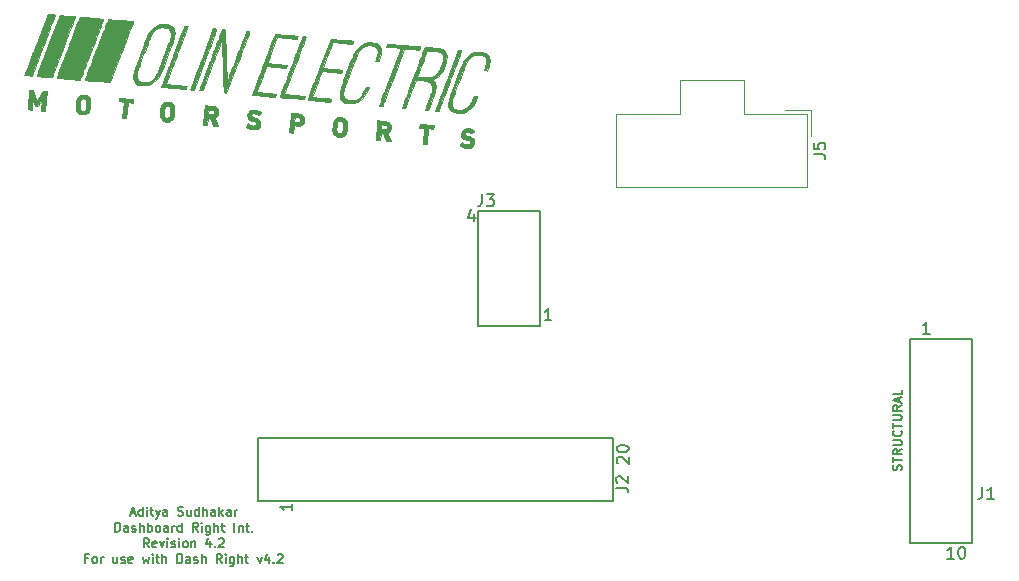
<source format=gto>
G04 #@! TF.GenerationSoftware,KiCad,Pcbnew,5.0.2-bee76a0~70~ubuntu18.04.1*
G04 #@! TF.CreationDate,2019-05-02T23:38:40-04:00*
G04 #@! TF.ProjectId,DR_InterfaceBoard,44525f49-6e74-4657-9266-616365426f61,rev?*
G04 #@! TF.SameCoordinates,Original*
G04 #@! TF.FileFunction,Legend,Top*
G04 #@! TF.FilePolarity,Positive*
%FSLAX46Y46*%
G04 Gerber Fmt 4.6, Leading zero omitted, Abs format (unit mm)*
G04 Created by KiCad (PCBNEW 5.0.2-bee76a0~70~ubuntu18.04.1) date Thu 02 May 2019 11:38:40 PM EDT*
%MOMM*%
%LPD*%
G01*
G04 APERTURE LIST*
%ADD10C,0.190500*%
%ADD11C,0.150000*%
%ADD12C,0.120000*%
%ADD13C,0.010000*%
G04 APERTURE END LIST*
D10*
X49620714Y-73945750D02*
X49983571Y-73945750D01*
X49548142Y-74163464D02*
X49802142Y-73401464D01*
X50056142Y-74163464D01*
X50636714Y-74163464D02*
X50636714Y-73401464D01*
X50636714Y-74127178D02*
X50564142Y-74163464D01*
X50419000Y-74163464D01*
X50346428Y-74127178D01*
X50310142Y-74090892D01*
X50273857Y-74018321D01*
X50273857Y-73800607D01*
X50310142Y-73728035D01*
X50346428Y-73691750D01*
X50419000Y-73655464D01*
X50564142Y-73655464D01*
X50636714Y-73691750D01*
X50999571Y-74163464D02*
X50999571Y-73655464D01*
X50999571Y-73401464D02*
X50963285Y-73437750D01*
X50999571Y-73474035D01*
X51035857Y-73437750D01*
X50999571Y-73401464D01*
X50999571Y-73474035D01*
X51253571Y-73655464D02*
X51543857Y-73655464D01*
X51362428Y-73401464D02*
X51362428Y-74054607D01*
X51398714Y-74127178D01*
X51471285Y-74163464D01*
X51543857Y-74163464D01*
X51725285Y-73655464D02*
X51906714Y-74163464D01*
X52088142Y-73655464D02*
X51906714Y-74163464D01*
X51834142Y-74344892D01*
X51797857Y-74381178D01*
X51725285Y-74417464D01*
X52705000Y-74163464D02*
X52705000Y-73764321D01*
X52668714Y-73691750D01*
X52596142Y-73655464D01*
X52451000Y-73655464D01*
X52378428Y-73691750D01*
X52705000Y-74127178D02*
X52632428Y-74163464D01*
X52451000Y-74163464D01*
X52378428Y-74127178D01*
X52342142Y-74054607D01*
X52342142Y-73982035D01*
X52378428Y-73909464D01*
X52451000Y-73873178D01*
X52632428Y-73873178D01*
X52705000Y-73836892D01*
X53612142Y-74127178D02*
X53721000Y-74163464D01*
X53902428Y-74163464D01*
X53975000Y-74127178D01*
X54011285Y-74090892D01*
X54047571Y-74018321D01*
X54047571Y-73945750D01*
X54011285Y-73873178D01*
X53975000Y-73836892D01*
X53902428Y-73800607D01*
X53757285Y-73764321D01*
X53684714Y-73728035D01*
X53648428Y-73691750D01*
X53612142Y-73619178D01*
X53612142Y-73546607D01*
X53648428Y-73474035D01*
X53684714Y-73437750D01*
X53757285Y-73401464D01*
X53938714Y-73401464D01*
X54047571Y-73437750D01*
X54700714Y-73655464D02*
X54700714Y-74163464D01*
X54374142Y-73655464D02*
X54374142Y-74054607D01*
X54410428Y-74127178D01*
X54483000Y-74163464D01*
X54591857Y-74163464D01*
X54664428Y-74127178D01*
X54700714Y-74090892D01*
X55390142Y-74163464D02*
X55390142Y-73401464D01*
X55390142Y-74127178D02*
X55317571Y-74163464D01*
X55172428Y-74163464D01*
X55099857Y-74127178D01*
X55063571Y-74090892D01*
X55027285Y-74018321D01*
X55027285Y-73800607D01*
X55063571Y-73728035D01*
X55099857Y-73691750D01*
X55172428Y-73655464D01*
X55317571Y-73655464D01*
X55390142Y-73691750D01*
X55753000Y-74163464D02*
X55753000Y-73401464D01*
X56079571Y-74163464D02*
X56079571Y-73764321D01*
X56043285Y-73691750D01*
X55970714Y-73655464D01*
X55861857Y-73655464D01*
X55789285Y-73691750D01*
X55753000Y-73728035D01*
X56769000Y-74163464D02*
X56769000Y-73764321D01*
X56732714Y-73691750D01*
X56660142Y-73655464D01*
X56515000Y-73655464D01*
X56442428Y-73691750D01*
X56769000Y-74127178D02*
X56696428Y-74163464D01*
X56515000Y-74163464D01*
X56442428Y-74127178D01*
X56406142Y-74054607D01*
X56406142Y-73982035D01*
X56442428Y-73909464D01*
X56515000Y-73873178D01*
X56696428Y-73873178D01*
X56769000Y-73836892D01*
X57131857Y-74163464D02*
X57131857Y-73401464D01*
X57204428Y-73873178D02*
X57422142Y-74163464D01*
X57422142Y-73655464D02*
X57131857Y-73945750D01*
X58075285Y-74163464D02*
X58075285Y-73764321D01*
X58039000Y-73691750D01*
X57966428Y-73655464D01*
X57821285Y-73655464D01*
X57748714Y-73691750D01*
X58075285Y-74127178D02*
X58002714Y-74163464D01*
X57821285Y-74163464D01*
X57748714Y-74127178D01*
X57712428Y-74054607D01*
X57712428Y-73982035D01*
X57748714Y-73909464D01*
X57821285Y-73873178D01*
X58002714Y-73873178D01*
X58075285Y-73836892D01*
X58438142Y-74163464D02*
X58438142Y-73655464D01*
X58438142Y-73800607D02*
X58474428Y-73728035D01*
X58510714Y-73691750D01*
X58583285Y-73655464D01*
X58655857Y-73655464D01*
X48314428Y-75496964D02*
X48314428Y-74734964D01*
X48495857Y-74734964D01*
X48604714Y-74771250D01*
X48677285Y-74843821D01*
X48713571Y-74916392D01*
X48749857Y-75061535D01*
X48749857Y-75170392D01*
X48713571Y-75315535D01*
X48677285Y-75388107D01*
X48604714Y-75460678D01*
X48495857Y-75496964D01*
X48314428Y-75496964D01*
X49403000Y-75496964D02*
X49403000Y-75097821D01*
X49366714Y-75025250D01*
X49294142Y-74988964D01*
X49149000Y-74988964D01*
X49076428Y-75025250D01*
X49403000Y-75460678D02*
X49330428Y-75496964D01*
X49149000Y-75496964D01*
X49076428Y-75460678D01*
X49040142Y-75388107D01*
X49040142Y-75315535D01*
X49076428Y-75242964D01*
X49149000Y-75206678D01*
X49330428Y-75206678D01*
X49403000Y-75170392D01*
X49729571Y-75460678D02*
X49802142Y-75496964D01*
X49947285Y-75496964D01*
X50019857Y-75460678D01*
X50056142Y-75388107D01*
X50056142Y-75351821D01*
X50019857Y-75279250D01*
X49947285Y-75242964D01*
X49838428Y-75242964D01*
X49765857Y-75206678D01*
X49729571Y-75134107D01*
X49729571Y-75097821D01*
X49765857Y-75025250D01*
X49838428Y-74988964D01*
X49947285Y-74988964D01*
X50019857Y-75025250D01*
X50382714Y-75496964D02*
X50382714Y-74734964D01*
X50709285Y-75496964D02*
X50709285Y-75097821D01*
X50673000Y-75025250D01*
X50600428Y-74988964D01*
X50491571Y-74988964D01*
X50419000Y-75025250D01*
X50382714Y-75061535D01*
X51072142Y-75496964D02*
X51072142Y-74734964D01*
X51072142Y-75025250D02*
X51144714Y-74988964D01*
X51289857Y-74988964D01*
X51362428Y-75025250D01*
X51398714Y-75061535D01*
X51435000Y-75134107D01*
X51435000Y-75351821D01*
X51398714Y-75424392D01*
X51362428Y-75460678D01*
X51289857Y-75496964D01*
X51144714Y-75496964D01*
X51072142Y-75460678D01*
X51870428Y-75496964D02*
X51797857Y-75460678D01*
X51761571Y-75424392D01*
X51725285Y-75351821D01*
X51725285Y-75134107D01*
X51761571Y-75061535D01*
X51797857Y-75025250D01*
X51870428Y-74988964D01*
X51979285Y-74988964D01*
X52051857Y-75025250D01*
X52088142Y-75061535D01*
X52124428Y-75134107D01*
X52124428Y-75351821D01*
X52088142Y-75424392D01*
X52051857Y-75460678D01*
X51979285Y-75496964D01*
X51870428Y-75496964D01*
X52777571Y-75496964D02*
X52777571Y-75097821D01*
X52741285Y-75025250D01*
X52668714Y-74988964D01*
X52523571Y-74988964D01*
X52451000Y-75025250D01*
X52777571Y-75460678D02*
X52705000Y-75496964D01*
X52523571Y-75496964D01*
X52451000Y-75460678D01*
X52414714Y-75388107D01*
X52414714Y-75315535D01*
X52451000Y-75242964D01*
X52523571Y-75206678D01*
X52705000Y-75206678D01*
X52777571Y-75170392D01*
X53140428Y-75496964D02*
X53140428Y-74988964D01*
X53140428Y-75134107D02*
X53176714Y-75061535D01*
X53213000Y-75025250D01*
X53285571Y-74988964D01*
X53358142Y-74988964D01*
X53938714Y-75496964D02*
X53938714Y-74734964D01*
X53938714Y-75460678D02*
X53866142Y-75496964D01*
X53721000Y-75496964D01*
X53648428Y-75460678D01*
X53612142Y-75424392D01*
X53575857Y-75351821D01*
X53575857Y-75134107D01*
X53612142Y-75061535D01*
X53648428Y-75025250D01*
X53721000Y-74988964D01*
X53866142Y-74988964D01*
X53938714Y-75025250D01*
X55317571Y-75496964D02*
X55063571Y-75134107D01*
X54882142Y-75496964D02*
X54882142Y-74734964D01*
X55172428Y-74734964D01*
X55245000Y-74771250D01*
X55281285Y-74807535D01*
X55317571Y-74880107D01*
X55317571Y-74988964D01*
X55281285Y-75061535D01*
X55245000Y-75097821D01*
X55172428Y-75134107D01*
X54882142Y-75134107D01*
X55644142Y-75496964D02*
X55644142Y-74988964D01*
X55644142Y-74734964D02*
X55607857Y-74771250D01*
X55644142Y-74807535D01*
X55680428Y-74771250D01*
X55644142Y-74734964D01*
X55644142Y-74807535D01*
X56333571Y-74988964D02*
X56333571Y-75605821D01*
X56297285Y-75678392D01*
X56261000Y-75714678D01*
X56188428Y-75750964D01*
X56079571Y-75750964D01*
X56007000Y-75714678D01*
X56333571Y-75460678D02*
X56261000Y-75496964D01*
X56115857Y-75496964D01*
X56043285Y-75460678D01*
X56007000Y-75424392D01*
X55970714Y-75351821D01*
X55970714Y-75134107D01*
X56007000Y-75061535D01*
X56043285Y-75025250D01*
X56115857Y-74988964D01*
X56261000Y-74988964D01*
X56333571Y-75025250D01*
X56696428Y-75496964D02*
X56696428Y-74734964D01*
X57023000Y-75496964D02*
X57023000Y-75097821D01*
X56986714Y-75025250D01*
X56914142Y-74988964D01*
X56805285Y-74988964D01*
X56732714Y-75025250D01*
X56696428Y-75061535D01*
X57277000Y-74988964D02*
X57567285Y-74988964D01*
X57385857Y-74734964D02*
X57385857Y-75388107D01*
X57422142Y-75460678D01*
X57494714Y-75496964D01*
X57567285Y-75496964D01*
X58401857Y-75496964D02*
X58401857Y-74734964D01*
X58764714Y-74988964D02*
X58764714Y-75496964D01*
X58764714Y-75061535D02*
X58801000Y-75025250D01*
X58873571Y-74988964D01*
X58982428Y-74988964D01*
X59055000Y-75025250D01*
X59091285Y-75097821D01*
X59091285Y-75496964D01*
X59345285Y-74988964D02*
X59635571Y-74988964D01*
X59454142Y-74734964D02*
X59454142Y-75388107D01*
X59490428Y-75460678D01*
X59563000Y-75496964D01*
X59635571Y-75496964D01*
X59889571Y-75424392D02*
X59925857Y-75460678D01*
X59889571Y-75496964D01*
X59853285Y-75460678D01*
X59889571Y-75424392D01*
X59889571Y-75496964D01*
X51162857Y-76830464D02*
X50908857Y-76467607D01*
X50727428Y-76830464D02*
X50727428Y-76068464D01*
X51017714Y-76068464D01*
X51090285Y-76104750D01*
X51126571Y-76141035D01*
X51162857Y-76213607D01*
X51162857Y-76322464D01*
X51126571Y-76395035D01*
X51090285Y-76431321D01*
X51017714Y-76467607D01*
X50727428Y-76467607D01*
X51779714Y-76794178D02*
X51707142Y-76830464D01*
X51562000Y-76830464D01*
X51489428Y-76794178D01*
X51453142Y-76721607D01*
X51453142Y-76431321D01*
X51489428Y-76358750D01*
X51562000Y-76322464D01*
X51707142Y-76322464D01*
X51779714Y-76358750D01*
X51816000Y-76431321D01*
X51816000Y-76503892D01*
X51453142Y-76576464D01*
X52070000Y-76322464D02*
X52251428Y-76830464D01*
X52432857Y-76322464D01*
X52723142Y-76830464D02*
X52723142Y-76322464D01*
X52723142Y-76068464D02*
X52686857Y-76104750D01*
X52723142Y-76141035D01*
X52759428Y-76104750D01*
X52723142Y-76068464D01*
X52723142Y-76141035D01*
X53049714Y-76794178D02*
X53122285Y-76830464D01*
X53267428Y-76830464D01*
X53340000Y-76794178D01*
X53376285Y-76721607D01*
X53376285Y-76685321D01*
X53340000Y-76612750D01*
X53267428Y-76576464D01*
X53158571Y-76576464D01*
X53086000Y-76540178D01*
X53049714Y-76467607D01*
X53049714Y-76431321D01*
X53086000Y-76358750D01*
X53158571Y-76322464D01*
X53267428Y-76322464D01*
X53340000Y-76358750D01*
X53702857Y-76830464D02*
X53702857Y-76322464D01*
X53702857Y-76068464D02*
X53666571Y-76104750D01*
X53702857Y-76141035D01*
X53739142Y-76104750D01*
X53702857Y-76068464D01*
X53702857Y-76141035D01*
X54174571Y-76830464D02*
X54102000Y-76794178D01*
X54065714Y-76757892D01*
X54029428Y-76685321D01*
X54029428Y-76467607D01*
X54065714Y-76395035D01*
X54102000Y-76358750D01*
X54174571Y-76322464D01*
X54283428Y-76322464D01*
X54356000Y-76358750D01*
X54392285Y-76395035D01*
X54428571Y-76467607D01*
X54428571Y-76685321D01*
X54392285Y-76757892D01*
X54356000Y-76794178D01*
X54283428Y-76830464D01*
X54174571Y-76830464D01*
X54755142Y-76322464D02*
X54755142Y-76830464D01*
X54755142Y-76395035D02*
X54791428Y-76358750D01*
X54864000Y-76322464D01*
X54972857Y-76322464D01*
X55045428Y-76358750D01*
X55081714Y-76431321D01*
X55081714Y-76830464D01*
X56351714Y-76322464D02*
X56351714Y-76830464D01*
X56170285Y-76032178D02*
X55988857Y-76576464D01*
X56460571Y-76576464D01*
X56750857Y-76757892D02*
X56787142Y-76794178D01*
X56750857Y-76830464D01*
X56714571Y-76794178D01*
X56750857Y-76757892D01*
X56750857Y-76830464D01*
X57077428Y-76141035D02*
X57113714Y-76104750D01*
X57186285Y-76068464D01*
X57367714Y-76068464D01*
X57440285Y-76104750D01*
X57476571Y-76141035D01*
X57512857Y-76213607D01*
X57512857Y-76286178D01*
X57476571Y-76395035D01*
X57041142Y-76830464D01*
X57512857Y-76830464D01*
X46010285Y-77764821D02*
X45756285Y-77764821D01*
X45756285Y-78163964D02*
X45756285Y-77401964D01*
X46119142Y-77401964D01*
X46518285Y-78163964D02*
X46445714Y-78127678D01*
X46409428Y-78091392D01*
X46373142Y-78018821D01*
X46373142Y-77801107D01*
X46409428Y-77728535D01*
X46445714Y-77692250D01*
X46518285Y-77655964D01*
X46627142Y-77655964D01*
X46699714Y-77692250D01*
X46736000Y-77728535D01*
X46772285Y-77801107D01*
X46772285Y-78018821D01*
X46736000Y-78091392D01*
X46699714Y-78127678D01*
X46627142Y-78163964D01*
X46518285Y-78163964D01*
X47098857Y-78163964D02*
X47098857Y-77655964D01*
X47098857Y-77801107D02*
X47135142Y-77728535D01*
X47171428Y-77692250D01*
X47244000Y-77655964D01*
X47316571Y-77655964D01*
X48477714Y-77655964D02*
X48477714Y-78163964D01*
X48151142Y-77655964D02*
X48151142Y-78055107D01*
X48187428Y-78127678D01*
X48260000Y-78163964D01*
X48368857Y-78163964D01*
X48441428Y-78127678D01*
X48477714Y-78091392D01*
X48804285Y-78127678D02*
X48876857Y-78163964D01*
X49022000Y-78163964D01*
X49094571Y-78127678D01*
X49130857Y-78055107D01*
X49130857Y-78018821D01*
X49094571Y-77946250D01*
X49022000Y-77909964D01*
X48913142Y-77909964D01*
X48840571Y-77873678D01*
X48804285Y-77801107D01*
X48804285Y-77764821D01*
X48840571Y-77692250D01*
X48913142Y-77655964D01*
X49022000Y-77655964D01*
X49094571Y-77692250D01*
X49747714Y-78127678D02*
X49675142Y-78163964D01*
X49530000Y-78163964D01*
X49457428Y-78127678D01*
X49421142Y-78055107D01*
X49421142Y-77764821D01*
X49457428Y-77692250D01*
X49530000Y-77655964D01*
X49675142Y-77655964D01*
X49747714Y-77692250D01*
X49784000Y-77764821D01*
X49784000Y-77837392D01*
X49421142Y-77909964D01*
X50618571Y-77655964D02*
X50763714Y-78163964D01*
X50908857Y-77801107D01*
X51054000Y-78163964D01*
X51199142Y-77655964D01*
X51489428Y-78163964D02*
X51489428Y-77655964D01*
X51489428Y-77401964D02*
X51453142Y-77438250D01*
X51489428Y-77474535D01*
X51525714Y-77438250D01*
X51489428Y-77401964D01*
X51489428Y-77474535D01*
X51743428Y-77655964D02*
X52033714Y-77655964D01*
X51852285Y-77401964D02*
X51852285Y-78055107D01*
X51888571Y-78127678D01*
X51961142Y-78163964D01*
X52033714Y-78163964D01*
X52287714Y-78163964D02*
X52287714Y-77401964D01*
X52614285Y-78163964D02*
X52614285Y-77764821D01*
X52578000Y-77692250D01*
X52505428Y-77655964D01*
X52396571Y-77655964D01*
X52324000Y-77692250D01*
X52287714Y-77728535D01*
X53557714Y-78163964D02*
X53557714Y-77401964D01*
X53739142Y-77401964D01*
X53848000Y-77438250D01*
X53920571Y-77510821D01*
X53956857Y-77583392D01*
X53993142Y-77728535D01*
X53993142Y-77837392D01*
X53956857Y-77982535D01*
X53920571Y-78055107D01*
X53848000Y-78127678D01*
X53739142Y-78163964D01*
X53557714Y-78163964D01*
X54646285Y-78163964D02*
X54646285Y-77764821D01*
X54610000Y-77692250D01*
X54537428Y-77655964D01*
X54392285Y-77655964D01*
X54319714Y-77692250D01*
X54646285Y-78127678D02*
X54573714Y-78163964D01*
X54392285Y-78163964D01*
X54319714Y-78127678D01*
X54283428Y-78055107D01*
X54283428Y-77982535D01*
X54319714Y-77909964D01*
X54392285Y-77873678D01*
X54573714Y-77873678D01*
X54646285Y-77837392D01*
X54972857Y-78127678D02*
X55045428Y-78163964D01*
X55190571Y-78163964D01*
X55263142Y-78127678D01*
X55299428Y-78055107D01*
X55299428Y-78018821D01*
X55263142Y-77946250D01*
X55190571Y-77909964D01*
X55081714Y-77909964D01*
X55009142Y-77873678D01*
X54972857Y-77801107D01*
X54972857Y-77764821D01*
X55009142Y-77692250D01*
X55081714Y-77655964D01*
X55190571Y-77655964D01*
X55263142Y-77692250D01*
X55626000Y-78163964D02*
X55626000Y-77401964D01*
X55952571Y-78163964D02*
X55952571Y-77764821D01*
X55916285Y-77692250D01*
X55843714Y-77655964D01*
X55734857Y-77655964D01*
X55662285Y-77692250D01*
X55626000Y-77728535D01*
X57331428Y-78163964D02*
X57077428Y-77801107D01*
X56896000Y-78163964D02*
X56896000Y-77401964D01*
X57186285Y-77401964D01*
X57258857Y-77438250D01*
X57295142Y-77474535D01*
X57331428Y-77547107D01*
X57331428Y-77655964D01*
X57295142Y-77728535D01*
X57258857Y-77764821D01*
X57186285Y-77801107D01*
X56896000Y-77801107D01*
X57658000Y-78163964D02*
X57658000Y-77655964D01*
X57658000Y-77401964D02*
X57621714Y-77438250D01*
X57658000Y-77474535D01*
X57694285Y-77438250D01*
X57658000Y-77401964D01*
X57658000Y-77474535D01*
X58347428Y-77655964D02*
X58347428Y-78272821D01*
X58311142Y-78345392D01*
X58274857Y-78381678D01*
X58202285Y-78417964D01*
X58093428Y-78417964D01*
X58020857Y-78381678D01*
X58347428Y-78127678D02*
X58274857Y-78163964D01*
X58129714Y-78163964D01*
X58057142Y-78127678D01*
X58020857Y-78091392D01*
X57984571Y-78018821D01*
X57984571Y-77801107D01*
X58020857Y-77728535D01*
X58057142Y-77692250D01*
X58129714Y-77655964D01*
X58274857Y-77655964D01*
X58347428Y-77692250D01*
X58710285Y-78163964D02*
X58710285Y-77401964D01*
X59036857Y-78163964D02*
X59036857Y-77764821D01*
X59000571Y-77692250D01*
X58928000Y-77655964D01*
X58819142Y-77655964D01*
X58746571Y-77692250D01*
X58710285Y-77728535D01*
X59290857Y-77655964D02*
X59581142Y-77655964D01*
X59399714Y-77401964D02*
X59399714Y-78055107D01*
X59436000Y-78127678D01*
X59508571Y-78163964D01*
X59581142Y-78163964D01*
X60343142Y-77655964D02*
X60524571Y-78163964D01*
X60706000Y-77655964D01*
X61322857Y-77655964D02*
X61322857Y-78163964D01*
X61141428Y-77365678D02*
X60960000Y-77909964D01*
X61431714Y-77909964D01*
X61722000Y-78091392D02*
X61758285Y-78127678D01*
X61722000Y-78163964D01*
X61685714Y-78127678D01*
X61722000Y-78091392D01*
X61722000Y-78163964D01*
X62048571Y-77474535D02*
X62084857Y-77438250D01*
X62157428Y-77401964D01*
X62338857Y-77401964D01*
X62411428Y-77438250D01*
X62447714Y-77474535D01*
X62484000Y-77547107D01*
X62484000Y-77619678D01*
X62447714Y-77728535D01*
X62012285Y-78163964D01*
X62484000Y-78163964D01*
X114862428Y-70303571D02*
X114898714Y-70194714D01*
X114898714Y-70013285D01*
X114862428Y-69940714D01*
X114826142Y-69904428D01*
X114753571Y-69868142D01*
X114681000Y-69868142D01*
X114608428Y-69904428D01*
X114572142Y-69940714D01*
X114535857Y-70013285D01*
X114499571Y-70158428D01*
X114463285Y-70231000D01*
X114427000Y-70267285D01*
X114354428Y-70303571D01*
X114281857Y-70303571D01*
X114209285Y-70267285D01*
X114173000Y-70231000D01*
X114136714Y-70158428D01*
X114136714Y-69977000D01*
X114173000Y-69868142D01*
X114136714Y-69650428D02*
X114136714Y-69215000D01*
X114898714Y-69432714D02*
X114136714Y-69432714D01*
X114898714Y-68525571D02*
X114535857Y-68779571D01*
X114898714Y-68961000D02*
X114136714Y-68961000D01*
X114136714Y-68670714D01*
X114173000Y-68598142D01*
X114209285Y-68561857D01*
X114281857Y-68525571D01*
X114390714Y-68525571D01*
X114463285Y-68561857D01*
X114499571Y-68598142D01*
X114535857Y-68670714D01*
X114535857Y-68961000D01*
X114136714Y-68199000D02*
X114753571Y-68199000D01*
X114826142Y-68162714D01*
X114862428Y-68126428D01*
X114898714Y-68053857D01*
X114898714Y-67908714D01*
X114862428Y-67836142D01*
X114826142Y-67799857D01*
X114753571Y-67763571D01*
X114136714Y-67763571D01*
X114826142Y-66965285D02*
X114862428Y-67001571D01*
X114898714Y-67110428D01*
X114898714Y-67183000D01*
X114862428Y-67291857D01*
X114789857Y-67364428D01*
X114717285Y-67400714D01*
X114572142Y-67437000D01*
X114463285Y-67437000D01*
X114318142Y-67400714D01*
X114245571Y-67364428D01*
X114173000Y-67291857D01*
X114136714Y-67183000D01*
X114136714Y-67110428D01*
X114173000Y-67001571D01*
X114209285Y-66965285D01*
X114136714Y-66747571D02*
X114136714Y-66312142D01*
X114898714Y-66529857D02*
X114136714Y-66529857D01*
X114136714Y-66058142D02*
X114753571Y-66058142D01*
X114826142Y-66021857D01*
X114862428Y-65985571D01*
X114898714Y-65913000D01*
X114898714Y-65767857D01*
X114862428Y-65695285D01*
X114826142Y-65659000D01*
X114753571Y-65622714D01*
X114136714Y-65622714D01*
X114898714Y-64824428D02*
X114535857Y-65078428D01*
X114898714Y-65259857D02*
X114136714Y-65259857D01*
X114136714Y-64969571D01*
X114173000Y-64897000D01*
X114209285Y-64860714D01*
X114281857Y-64824428D01*
X114390714Y-64824428D01*
X114463285Y-64860714D01*
X114499571Y-64897000D01*
X114535857Y-64969571D01*
X114535857Y-65259857D01*
X114681000Y-64534142D02*
X114681000Y-64171285D01*
X114898714Y-64606714D02*
X114136714Y-64352714D01*
X114898714Y-64098714D01*
X114898714Y-63481857D02*
X114898714Y-63844714D01*
X114136714Y-63844714D01*
D11*
G04 #@! TO.C,J1*
X120887000Y-76473000D02*
X120887000Y-59163000D01*
X115587000Y-76473000D02*
X115587000Y-59163000D01*
X115587000Y-59163000D02*
X120887000Y-59163000D01*
X115587000Y-76473000D02*
X120887000Y-76473000D01*
G04 #@! TO.C,J2*
X90443000Y-67581000D02*
X60433000Y-67581000D01*
X90443000Y-72881000D02*
X60433000Y-72881000D01*
X60433000Y-72881000D02*
X60433000Y-67581000D01*
X90443000Y-72881000D02*
X90443000Y-67581000D01*
G04 #@! TO.C,J3*
X79011000Y-48368000D02*
X79011000Y-58058000D01*
X84311000Y-48368000D02*
X84311000Y-58058000D01*
X84311000Y-58058000D02*
X79011000Y-58058000D01*
X84311000Y-48368000D02*
X79011000Y-48368000D01*
D12*
G04 #@! TO.C,J5*
X98806000Y-46330000D02*
X106886000Y-46330000D01*
X106886000Y-46330000D02*
X106886000Y-40130000D01*
X106886000Y-40130000D02*
X101516000Y-40130000D01*
X101516000Y-40130000D02*
X101516000Y-37270000D01*
X101516000Y-37270000D02*
X98806000Y-37270000D01*
X98806000Y-46330000D02*
X90726000Y-46330000D01*
X90726000Y-46330000D02*
X90726000Y-40130000D01*
X90726000Y-40130000D02*
X96096000Y-40130000D01*
X96096000Y-40130000D02*
X96096000Y-37270000D01*
X96096000Y-37270000D02*
X98806000Y-37270000D01*
X107186000Y-41980000D02*
X107186000Y-39830000D01*
X107186000Y-39830000D02*
X105056000Y-39830000D01*
D13*
G04 #@! TO.C,G\002A\002A\002A*
G36*
X45770098Y-38530619D02*
X45904884Y-38574672D01*
X46016692Y-38651473D01*
X46098346Y-38741456D01*
X46152806Y-38825667D01*
X46189314Y-38918805D01*
X46208895Y-39029466D01*
X46212576Y-39166242D01*
X46201382Y-39337728D01*
X46186060Y-39476402D01*
X46156666Y-39670347D01*
X46119217Y-39821174D01*
X46069495Y-39936422D01*
X46003284Y-40023630D01*
X45916362Y-40090334D01*
X45814761Y-40139957D01*
X45715056Y-40165212D01*
X45589636Y-40176035D01*
X45460020Y-40172379D01*
X45347730Y-40154196D01*
X45308130Y-40141072D01*
X45172281Y-40057770D01*
X45062588Y-39937448D01*
X44999576Y-39818503D01*
X44980015Y-39765379D01*
X44966891Y-39718150D01*
X44960071Y-39667291D01*
X44959417Y-39603274D01*
X44964796Y-39516577D01*
X44976071Y-39397673D01*
X44991516Y-39251821D01*
X44992189Y-39245667D01*
X45317608Y-39274137D01*
X45310293Y-39401873D01*
X45308469Y-39525288D01*
X45312481Y-39631165D01*
X45322672Y-39706282D01*
X45329902Y-39727614D01*
X45376054Y-39784740D01*
X45445558Y-39839012D01*
X45516237Y-39874340D01*
X45539224Y-39879496D01*
X45584331Y-39872791D01*
X45647772Y-39851824D01*
X45649642Y-39851060D01*
X45710787Y-39818930D01*
X45756552Y-39774719D01*
X45789821Y-39710627D01*
X45813484Y-39618853D01*
X45830427Y-39491597D01*
X45843076Y-39328356D01*
X45864694Y-38986348D01*
X45788513Y-38905347D01*
X45696626Y-38837120D01*
X45600160Y-38815124D01*
X45507456Y-38836462D01*
X45426857Y-38898237D01*
X45366706Y-38997551D01*
X45347334Y-39058581D01*
X45330070Y-39155300D01*
X45317608Y-39274137D01*
X44992189Y-39245667D01*
X45008642Y-39095231D01*
X45022624Y-38980355D01*
X45035555Y-38898372D01*
X45049530Y-38840468D01*
X45066640Y-38797826D01*
X45088982Y-38761629D01*
X45116416Y-38725861D01*
X45224650Y-38616574D01*
X45347093Y-38548536D01*
X45494179Y-38517187D01*
X45601029Y-38514147D01*
X45770098Y-38530619D01*
X45770098Y-38530619D01*
G37*
X45770098Y-38530619D02*
X45904884Y-38574672D01*
X46016692Y-38651473D01*
X46098346Y-38741456D01*
X46152806Y-38825667D01*
X46189314Y-38918805D01*
X46208895Y-39029466D01*
X46212576Y-39166242D01*
X46201382Y-39337728D01*
X46186060Y-39476402D01*
X46156666Y-39670347D01*
X46119217Y-39821174D01*
X46069495Y-39936422D01*
X46003284Y-40023630D01*
X45916362Y-40090334D01*
X45814761Y-40139957D01*
X45715056Y-40165212D01*
X45589636Y-40176035D01*
X45460020Y-40172379D01*
X45347730Y-40154196D01*
X45308130Y-40141072D01*
X45172281Y-40057770D01*
X45062588Y-39937448D01*
X44999576Y-39818503D01*
X44980015Y-39765379D01*
X44966891Y-39718150D01*
X44960071Y-39667291D01*
X44959417Y-39603274D01*
X44964796Y-39516577D01*
X44976071Y-39397673D01*
X44991516Y-39251821D01*
X44992189Y-39245667D01*
X45317608Y-39274137D01*
X45310293Y-39401873D01*
X45308469Y-39525288D01*
X45312481Y-39631165D01*
X45322672Y-39706282D01*
X45329902Y-39727614D01*
X45376054Y-39784740D01*
X45445558Y-39839012D01*
X45516237Y-39874340D01*
X45539224Y-39879496D01*
X45584331Y-39872791D01*
X45647772Y-39851824D01*
X45649642Y-39851060D01*
X45710787Y-39818930D01*
X45756552Y-39774719D01*
X45789821Y-39710627D01*
X45813484Y-39618853D01*
X45830427Y-39491597D01*
X45843076Y-39328356D01*
X45864694Y-38986348D01*
X45788513Y-38905347D01*
X45696626Y-38837120D01*
X45600160Y-38815124D01*
X45507456Y-38836462D01*
X45426857Y-38898237D01*
X45366706Y-38997551D01*
X45347334Y-39058581D01*
X45330070Y-39155300D01*
X45317608Y-39274137D01*
X44992189Y-39245667D01*
X45008642Y-39095231D01*
X45022624Y-38980355D01*
X45035555Y-38898372D01*
X45049530Y-38840468D01*
X45066640Y-38797826D01*
X45088982Y-38761629D01*
X45116416Y-38725861D01*
X45224650Y-38616574D01*
X45347093Y-38548536D01*
X45494179Y-38517187D01*
X45601029Y-38514147D01*
X45770098Y-38530619D01*
G36*
X52940751Y-39167524D02*
X53079977Y-39236030D01*
X53196689Y-39338009D01*
X53269192Y-39446286D01*
X53294479Y-39498656D01*
X53311589Y-39544960D01*
X53321372Y-39595580D01*
X53324684Y-39660901D01*
X53322375Y-39751308D01*
X53315300Y-39877184D01*
X53310629Y-39950648D01*
X53294992Y-40148924D01*
X53274851Y-40304410D01*
X53247473Y-40425087D01*
X53210126Y-40518935D01*
X53160077Y-40593933D01*
X53094593Y-40658061D01*
X53058824Y-40685896D01*
X52904918Y-40768844D01*
X52734723Y-40804775D01*
X52552217Y-40793246D01*
X52418334Y-40756369D01*
X52320877Y-40700367D01*
X52225185Y-40610572D01*
X52144372Y-40502708D01*
X52091551Y-40392498D01*
X52081373Y-40352297D01*
X52075623Y-40269265D01*
X52078868Y-40142937D01*
X52090813Y-39979962D01*
X52092475Y-39963428D01*
X52433344Y-39993251D01*
X52424122Y-40122958D01*
X52421533Y-40213356D01*
X52426263Y-40275580D01*
X52438994Y-40320771D01*
X52455398Y-40352138D01*
X52534472Y-40443407D01*
X52626974Y-40488841D01*
X52725703Y-40487193D01*
X52823460Y-40437216D01*
X52844214Y-40419525D01*
X52886047Y-40372977D01*
X52915369Y-40315675D01*
X52938583Y-40232380D01*
X52952626Y-40161492D01*
X52974774Y-39996841D01*
X52982263Y-39835696D01*
X52974944Y-39694020D01*
X52957812Y-39603649D01*
X52912202Y-39527626D01*
X52834548Y-39468191D01*
X52743557Y-39439596D01*
X52742383Y-39439491D01*
X52680518Y-39447287D01*
X52606868Y-39472964D01*
X52599009Y-39476726D01*
X52550485Y-39508128D01*
X52513485Y-39552820D01*
X52485540Y-39618503D01*
X52464182Y-39712874D01*
X52446939Y-39843634D01*
X52433344Y-39993251D01*
X52092475Y-39963428D01*
X52103386Y-39854945D01*
X52119922Y-39707670D01*
X52133667Y-39601049D01*
X52147175Y-39525211D01*
X52162996Y-39470292D01*
X52183684Y-39426426D01*
X52211789Y-39383744D01*
X52232537Y-39355587D01*
X52344779Y-39244516D01*
X52481026Y-39170987D01*
X52631973Y-39134189D01*
X52788316Y-39133306D01*
X52940751Y-39167524D01*
X52940751Y-39167524D01*
G37*
X52940751Y-39167524D02*
X53079977Y-39236030D01*
X53196689Y-39338009D01*
X53269192Y-39446286D01*
X53294479Y-39498656D01*
X53311589Y-39544960D01*
X53321372Y-39595580D01*
X53324684Y-39660901D01*
X53322375Y-39751308D01*
X53315300Y-39877184D01*
X53310629Y-39950648D01*
X53294992Y-40148924D01*
X53274851Y-40304410D01*
X53247473Y-40425087D01*
X53210126Y-40518935D01*
X53160077Y-40593933D01*
X53094593Y-40658061D01*
X53058824Y-40685896D01*
X52904918Y-40768844D01*
X52734723Y-40804775D01*
X52552217Y-40793246D01*
X52418334Y-40756369D01*
X52320877Y-40700367D01*
X52225185Y-40610572D01*
X52144372Y-40502708D01*
X52091551Y-40392498D01*
X52081373Y-40352297D01*
X52075623Y-40269265D01*
X52078868Y-40142937D01*
X52090813Y-39979962D01*
X52092475Y-39963428D01*
X52433344Y-39993251D01*
X52424122Y-40122958D01*
X52421533Y-40213356D01*
X52426263Y-40275580D01*
X52438994Y-40320771D01*
X52455398Y-40352138D01*
X52534472Y-40443407D01*
X52626974Y-40488841D01*
X52725703Y-40487193D01*
X52823460Y-40437216D01*
X52844214Y-40419525D01*
X52886047Y-40372977D01*
X52915369Y-40315675D01*
X52938583Y-40232380D01*
X52952626Y-40161492D01*
X52974774Y-39996841D01*
X52982263Y-39835696D01*
X52974944Y-39694020D01*
X52957812Y-39603649D01*
X52912202Y-39527626D01*
X52834548Y-39468191D01*
X52743557Y-39439596D01*
X52742383Y-39439491D01*
X52680518Y-39447287D01*
X52606868Y-39472964D01*
X52599009Y-39476726D01*
X52550485Y-39508128D01*
X52513485Y-39552820D01*
X52485540Y-39618503D01*
X52464182Y-39712874D01*
X52446939Y-39843634D01*
X52433344Y-39993251D01*
X52092475Y-39963428D01*
X52103386Y-39854945D01*
X52119922Y-39707670D01*
X52133667Y-39601049D01*
X52147175Y-39525211D01*
X52162996Y-39470292D01*
X52183684Y-39426426D01*
X52211789Y-39383744D01*
X52232537Y-39355587D01*
X52344779Y-39244516D01*
X52481026Y-39170987D01*
X52631973Y-39134189D01*
X52788316Y-39133306D01*
X52940751Y-39167524D01*
G36*
X60285691Y-39806874D02*
X60427799Y-39855358D01*
X60539894Y-39920843D01*
X60601957Y-39984301D01*
X60616149Y-40014433D01*
X60607150Y-40044156D01*
X60568416Y-40085113D01*
X60523504Y-40123854D01*
X60412838Y-40216714D01*
X60319094Y-40155392D01*
X60210229Y-40103757D01*
X60093453Y-40080066D01*
X59984142Y-40085325D01*
X59897669Y-40120542D01*
X59889072Y-40127234D01*
X59831254Y-40193203D01*
X59819573Y-40261723D01*
X59834975Y-40313564D01*
X59854252Y-40346661D01*
X59886128Y-40373434D01*
X59940137Y-40398437D01*
X60025816Y-40426220D01*
X60133961Y-40456311D01*
X60299547Y-40509805D01*
X60420764Y-40571975D01*
X60503961Y-40648646D01*
X60555491Y-40745642D01*
X60581469Y-40866770D01*
X60578183Y-41031794D01*
X60529699Y-41175981D01*
X60438526Y-41295047D01*
X60307175Y-41384708D01*
X60267511Y-41402368D01*
X60163188Y-41428156D01*
X60028753Y-41438495D01*
X59882332Y-41433873D01*
X59742047Y-41414777D01*
X59635350Y-41385365D01*
X59551733Y-41344805D01*
X59470242Y-41290920D01*
X59402804Y-41233418D01*
X59361350Y-41182012D01*
X59353999Y-41156332D01*
X59373916Y-41123722D01*
X59422167Y-41073576D01*
X59464586Y-41036486D01*
X59572415Y-40948172D01*
X59633336Y-41005358D01*
X59738451Y-41075078D01*
X59867044Y-41117840D01*
X60001879Y-41130816D01*
X60125725Y-41111180D01*
X60169054Y-41093188D01*
X60216099Y-41043545D01*
X60238066Y-40969306D01*
X60231592Y-40891796D01*
X60207934Y-40846531D01*
X60177568Y-40812258D01*
X60167135Y-40802860D01*
X60106890Y-40790863D01*
X60016055Y-40765852D01*
X59910288Y-40732941D01*
X59805249Y-40697246D01*
X59716598Y-40663885D01*
X59659995Y-40637974D01*
X59657036Y-40636200D01*
X59568434Y-40553119D01*
X59511815Y-40441551D01*
X59487454Y-40312700D01*
X59495628Y-40177771D01*
X59536615Y-40047968D01*
X59610690Y-39934494D01*
X59638989Y-39905697D01*
X59745520Y-39830219D01*
X59870902Y-39787489D01*
X60024774Y-39775010D01*
X60124578Y-39780099D01*
X60285691Y-39806874D01*
X60285691Y-39806874D01*
G37*
X60285691Y-39806874D02*
X60427799Y-39855358D01*
X60539894Y-39920843D01*
X60601957Y-39984301D01*
X60616149Y-40014433D01*
X60607150Y-40044156D01*
X60568416Y-40085113D01*
X60523504Y-40123854D01*
X60412838Y-40216714D01*
X60319094Y-40155392D01*
X60210229Y-40103757D01*
X60093453Y-40080066D01*
X59984142Y-40085325D01*
X59897669Y-40120542D01*
X59889072Y-40127234D01*
X59831254Y-40193203D01*
X59819573Y-40261723D01*
X59834975Y-40313564D01*
X59854252Y-40346661D01*
X59886128Y-40373434D01*
X59940137Y-40398437D01*
X60025816Y-40426220D01*
X60133961Y-40456311D01*
X60299547Y-40509805D01*
X60420764Y-40571975D01*
X60503961Y-40648646D01*
X60555491Y-40745642D01*
X60581469Y-40866770D01*
X60578183Y-41031794D01*
X60529699Y-41175981D01*
X60438526Y-41295047D01*
X60307175Y-41384708D01*
X60267511Y-41402368D01*
X60163188Y-41428156D01*
X60028753Y-41438495D01*
X59882332Y-41433873D01*
X59742047Y-41414777D01*
X59635350Y-41385365D01*
X59551733Y-41344805D01*
X59470242Y-41290920D01*
X59402804Y-41233418D01*
X59361350Y-41182012D01*
X59353999Y-41156332D01*
X59373916Y-41123722D01*
X59422167Y-41073576D01*
X59464586Y-41036486D01*
X59572415Y-40948172D01*
X59633336Y-41005358D01*
X59738451Y-41075078D01*
X59867044Y-41117840D01*
X60001879Y-41130816D01*
X60125725Y-41111180D01*
X60169054Y-41093188D01*
X60216099Y-41043545D01*
X60238066Y-40969306D01*
X60231592Y-40891796D01*
X60207934Y-40846531D01*
X60177568Y-40812258D01*
X60167135Y-40802860D01*
X60106890Y-40790863D01*
X60016055Y-40765852D01*
X59910288Y-40732941D01*
X59805249Y-40697246D01*
X59716598Y-40663885D01*
X59659995Y-40637974D01*
X59657036Y-40636200D01*
X59568434Y-40553119D01*
X59511815Y-40441551D01*
X59487454Y-40312700D01*
X59495628Y-40177771D01*
X59536615Y-40047968D01*
X59610690Y-39934494D01*
X59638989Y-39905697D01*
X59745520Y-39830219D01*
X59870902Y-39787489D01*
X60024774Y-39775010D01*
X60124578Y-39780099D01*
X60285691Y-39806874D01*
G36*
X67569374Y-40451323D02*
X67716538Y-40523055D01*
X67828392Y-40631164D01*
X67905225Y-40775862D01*
X67914331Y-40802558D01*
X67930375Y-40889665D01*
X67937788Y-41012912D01*
X67937063Y-41158464D01*
X67928696Y-41312487D01*
X67913183Y-41461146D01*
X67891017Y-41590610D01*
X67885243Y-41615358D01*
X67827658Y-41780176D01*
X67744127Y-41905528D01*
X67629461Y-41998314D01*
X67575780Y-42026881D01*
X67447114Y-42066846D01*
X67298012Y-42081006D01*
X67149703Y-42069217D01*
X67023412Y-42031327D01*
X67022167Y-42030738D01*
X66876690Y-41935868D01*
X66768631Y-41809396D01*
X66721524Y-41714858D01*
X66702909Y-41661314D01*
X66691152Y-41609036D01*
X66685928Y-41547605D01*
X66686914Y-41466603D01*
X66693785Y-41355609D01*
X66697081Y-41315397D01*
X67040061Y-41345404D01*
X67036159Y-41479582D01*
X67046581Y-41578943D01*
X67072693Y-41650812D01*
X67115858Y-41702506D01*
X67162014Y-41733412D01*
X67225938Y-41766201D01*
X67270695Y-41777280D01*
X67321348Y-41768971D01*
X67373342Y-41752987D01*
X67439605Y-41721868D01*
X67489623Y-41671718D01*
X67526534Y-41595222D01*
X67553476Y-41485069D01*
X67573585Y-41333946D01*
X67579339Y-41272900D01*
X67589660Y-41106561D01*
X67588161Y-40981628D01*
X67575938Y-40905408D01*
X67521258Y-40802495D01*
X67440939Y-40739054D01*
X67344274Y-40718118D01*
X67240553Y-40742721D01*
X67183286Y-40777195D01*
X67094193Y-40843783D01*
X67056926Y-41169091D01*
X67040061Y-41345404D01*
X66697081Y-41315397D01*
X66705783Y-41209222D01*
X66723310Y-41029260D01*
X66742699Y-40890985D01*
X66766825Y-40785294D01*
X66798559Y-40703083D01*
X66840776Y-40635248D01*
X66896348Y-40572687D01*
X66911317Y-40558092D01*
X67028249Y-40471537D01*
X67161866Y-40423774D01*
X67321851Y-40411903D01*
X67386611Y-40415755D01*
X67569374Y-40451323D01*
X67569374Y-40451323D01*
G37*
X67569374Y-40451323D02*
X67716538Y-40523055D01*
X67828392Y-40631164D01*
X67905225Y-40775862D01*
X67914331Y-40802558D01*
X67930375Y-40889665D01*
X67937788Y-41012912D01*
X67937063Y-41158464D01*
X67928696Y-41312487D01*
X67913183Y-41461146D01*
X67891017Y-41590610D01*
X67885243Y-41615358D01*
X67827658Y-41780176D01*
X67744127Y-41905528D01*
X67629461Y-41998314D01*
X67575780Y-42026881D01*
X67447114Y-42066846D01*
X67298012Y-42081006D01*
X67149703Y-42069217D01*
X67023412Y-42031327D01*
X67022167Y-42030738D01*
X66876690Y-41935868D01*
X66768631Y-41809396D01*
X66721524Y-41714858D01*
X66702909Y-41661314D01*
X66691152Y-41609036D01*
X66685928Y-41547605D01*
X66686914Y-41466603D01*
X66693785Y-41355609D01*
X66697081Y-41315397D01*
X67040061Y-41345404D01*
X67036159Y-41479582D01*
X67046581Y-41578943D01*
X67072693Y-41650812D01*
X67115858Y-41702506D01*
X67162014Y-41733412D01*
X67225938Y-41766201D01*
X67270695Y-41777280D01*
X67321348Y-41768971D01*
X67373342Y-41752987D01*
X67439605Y-41721868D01*
X67489623Y-41671718D01*
X67526534Y-41595222D01*
X67553476Y-41485069D01*
X67573585Y-41333946D01*
X67579339Y-41272900D01*
X67589660Y-41106561D01*
X67588161Y-40981628D01*
X67575938Y-40905408D01*
X67521258Y-40802495D01*
X67440939Y-40739054D01*
X67344274Y-40718118D01*
X67240553Y-40742721D01*
X67183286Y-40777195D01*
X67094193Y-40843783D01*
X67056926Y-41169091D01*
X67040061Y-41345404D01*
X66697081Y-41315397D01*
X66705783Y-41209222D01*
X66723310Y-41029260D01*
X66742699Y-40890985D01*
X66766825Y-40785294D01*
X66798559Y-40703083D01*
X66840776Y-40635248D01*
X66896348Y-40572687D01*
X66911317Y-40558092D01*
X67028249Y-40471537D01*
X67161866Y-40423774D01*
X67321851Y-40411903D01*
X67386611Y-40415755D01*
X67569374Y-40451323D01*
G36*
X78411564Y-41391634D02*
X78470540Y-41409612D01*
X78551940Y-41450506D01*
X78628487Y-41500571D01*
X78687718Y-41550309D01*
X78717172Y-41590227D01*
X78718378Y-41598465D01*
X78698904Y-41628373D01*
X78651311Y-41676330D01*
X78612115Y-41710248D01*
X78507996Y-41795522D01*
X78413219Y-41736267D01*
X78301237Y-41684170D01*
X78189125Y-41662640D01*
X78086630Y-41669997D01*
X78003497Y-41704557D01*
X77949470Y-41764638D01*
X77934354Y-41818928D01*
X77940288Y-41882549D01*
X77974708Y-41933936D01*
X78043824Y-41977675D01*
X78153856Y-42018350D01*
X78236293Y-42041667D01*
X78396754Y-42091867D01*
X78513842Y-42148635D01*
X78594969Y-42217389D01*
X78647549Y-42303549D01*
X78665641Y-42355518D01*
X78687768Y-42513430D01*
X78666391Y-42663866D01*
X78605536Y-42798046D01*
X78509227Y-42907183D01*
X78381489Y-42982493D01*
X78377739Y-42983939D01*
X78263079Y-43011465D01*
X78120485Y-43022602D01*
X77970064Y-43017482D01*
X77831921Y-42996233D01*
X77775004Y-42980042D01*
X77675239Y-42937240D01*
X77578319Y-42881963D01*
X77501057Y-42824670D01*
X77467586Y-42788839D01*
X77455537Y-42760209D01*
X77466708Y-42729422D01*
X77507538Y-42685896D01*
X77556300Y-42642957D01*
X77675455Y-42541057D01*
X77738541Y-42594849D01*
X77833564Y-42653906D01*
X77952676Y-42698172D01*
X78071583Y-42719822D01*
X78125699Y-42719503D01*
X78213705Y-42695460D01*
X78291043Y-42648170D01*
X78342511Y-42588814D01*
X78354743Y-42551070D01*
X78346359Y-42483380D01*
X78304425Y-42428538D01*
X78223579Y-42382496D01*
X78098455Y-42341205D01*
X78065124Y-42332526D01*
X77894901Y-42281505D01*
X77768949Y-42222779D01*
X77680799Y-42151114D01*
X77623980Y-42061273D01*
X77592355Y-41949940D01*
X77587413Y-41788412D01*
X77628347Y-41641558D01*
X77711898Y-41516328D01*
X77834806Y-41419675D01*
X77843148Y-41415051D01*
X77910220Y-41383883D01*
X77978742Y-41366799D01*
X78066069Y-41360966D01*
X78164256Y-41362603D01*
X78298961Y-41372725D01*
X78411564Y-41391634D01*
X78411564Y-41391634D01*
G37*
X78411564Y-41391634D02*
X78470540Y-41409612D01*
X78551940Y-41450506D01*
X78628487Y-41500571D01*
X78687718Y-41550309D01*
X78717172Y-41590227D01*
X78718378Y-41598465D01*
X78698904Y-41628373D01*
X78651311Y-41676330D01*
X78612115Y-41710248D01*
X78507996Y-41795522D01*
X78413219Y-41736267D01*
X78301237Y-41684170D01*
X78189125Y-41662640D01*
X78086630Y-41669997D01*
X78003497Y-41704557D01*
X77949470Y-41764638D01*
X77934354Y-41818928D01*
X77940288Y-41882549D01*
X77974708Y-41933936D01*
X78043824Y-41977675D01*
X78153856Y-42018350D01*
X78236293Y-42041667D01*
X78396754Y-42091867D01*
X78513842Y-42148635D01*
X78594969Y-42217389D01*
X78647549Y-42303549D01*
X78665641Y-42355518D01*
X78687768Y-42513430D01*
X78666391Y-42663866D01*
X78605536Y-42798046D01*
X78509227Y-42907183D01*
X78381489Y-42982493D01*
X78377739Y-42983939D01*
X78263079Y-43011465D01*
X78120485Y-43022602D01*
X77970064Y-43017482D01*
X77831921Y-42996233D01*
X77775004Y-42980042D01*
X77675239Y-42937240D01*
X77578319Y-42881963D01*
X77501057Y-42824670D01*
X77467586Y-42788839D01*
X77455537Y-42760209D01*
X77466708Y-42729422D01*
X77507538Y-42685896D01*
X77556300Y-42642957D01*
X77675455Y-42541057D01*
X77738541Y-42594849D01*
X77833564Y-42653906D01*
X77952676Y-42698172D01*
X78071583Y-42719822D01*
X78125699Y-42719503D01*
X78213705Y-42695460D01*
X78291043Y-42648170D01*
X78342511Y-42588814D01*
X78354743Y-42551070D01*
X78346359Y-42483380D01*
X78304425Y-42428538D01*
X78223579Y-42382496D01*
X78098455Y-42341205D01*
X78065124Y-42332526D01*
X77894901Y-42281505D01*
X77768949Y-42222779D01*
X77680799Y-42151114D01*
X77623980Y-42061273D01*
X77592355Y-41949940D01*
X77587413Y-41788412D01*
X77628347Y-41641558D01*
X77711898Y-41516328D01*
X77834806Y-41419675D01*
X77843148Y-41415051D01*
X77910220Y-41383883D01*
X77978742Y-41366799D01*
X78066069Y-41360966D01*
X78164256Y-41362603D01*
X78298961Y-41372725D01*
X78411564Y-41391634D01*
G36*
X41536483Y-38585765D02*
X41707339Y-39033434D01*
X42193143Y-38210493D01*
X42526171Y-38239630D01*
X42382277Y-39884347D01*
X42053334Y-39855568D01*
X42128981Y-38957042D01*
X41960571Y-39229150D01*
X41792159Y-39501257D01*
X41537054Y-39478938D01*
X41418452Y-39181720D01*
X41299851Y-38884503D01*
X41259087Y-39333508D01*
X41218323Y-39782514D01*
X40889380Y-39753735D01*
X41033274Y-38109018D01*
X41365627Y-38138095D01*
X41536483Y-38585765D01*
X41536483Y-38585765D01*
G37*
X41536483Y-38585765D02*
X41707339Y-39033434D01*
X42193143Y-38210493D01*
X42526171Y-38239630D01*
X42382277Y-39884347D01*
X42053334Y-39855568D01*
X42128981Y-38957042D01*
X41960571Y-39229150D01*
X41792159Y-39501257D01*
X41537054Y-39478938D01*
X41418452Y-39181720D01*
X41299851Y-38884503D01*
X41259087Y-39333508D01*
X41218323Y-39782514D01*
X40889380Y-39753735D01*
X41033274Y-38109018D01*
X41365627Y-38138095D01*
X41536483Y-38585765D01*
G36*
X49786970Y-39180831D02*
X49356813Y-39143198D01*
X49239484Y-40484275D01*
X48910540Y-40455496D01*
X49027869Y-39114419D01*
X48597712Y-39076785D01*
X48624277Y-38773145D01*
X49813535Y-38877191D01*
X49786970Y-39180831D01*
X49786970Y-39180831D01*
G37*
X49786970Y-39180831D02*
X49356813Y-39143198D01*
X49239484Y-40484275D01*
X48910540Y-40455496D01*
X49027869Y-39114419D01*
X48597712Y-39076785D01*
X48624277Y-38773145D01*
X49813535Y-38877191D01*
X49786970Y-39180831D01*
G36*
X56259509Y-39441748D02*
X56396201Y-39455569D01*
X56522751Y-39471302D01*
X56626394Y-39487160D01*
X56694365Y-39501362D01*
X56701609Y-39503535D01*
X56840419Y-39573333D01*
X56946760Y-39676910D01*
X57016655Y-39805989D01*
X57046133Y-39952295D01*
X57031220Y-40107550D01*
X57016128Y-40158626D01*
X56975207Y-40240139D01*
X56914925Y-40319153D01*
X56846990Y-40383782D01*
X56783109Y-40422132D01*
X56751338Y-40427560D01*
X56742193Y-40442412D01*
X56752162Y-40492241D01*
X56782222Y-40580141D01*
X56833345Y-40709199D01*
X56861803Y-40777535D01*
X56913519Y-40901673D01*
X56957220Y-41008973D01*
X56989499Y-41090878D01*
X57006951Y-41138834D01*
X57009056Y-41147376D01*
X56985094Y-41153074D01*
X56922787Y-41153464D01*
X56834309Y-41148598D01*
X56808850Y-41146509D01*
X56610090Y-41129119D01*
X56488576Y-40800062D01*
X56367063Y-40471005D01*
X56259548Y-40461311D01*
X56152034Y-40451619D01*
X56096690Y-41084203D01*
X55767747Y-41055424D01*
X55849656Y-40119200D01*
X56178599Y-40147979D01*
X56369524Y-40164683D01*
X56471264Y-40171678D01*
X56537702Y-40169349D01*
X56583850Y-40155376D01*
X56624718Y-40127436D01*
X56627991Y-40124712D01*
X56687071Y-40048722D01*
X56696586Y-39963433D01*
X56656215Y-39872030D01*
X56653880Y-39868739D01*
X56620773Y-39829862D01*
X56580194Y-39803973D01*
X56518286Y-39785281D01*
X56421192Y-39767996D01*
X56407903Y-39765952D01*
X56214602Y-39736470D01*
X56178599Y-40147979D01*
X55849656Y-40119200D01*
X55911641Y-39410706D01*
X56259509Y-39441748D01*
X56259509Y-39441748D01*
G37*
X56259509Y-39441748D02*
X56396201Y-39455569D01*
X56522751Y-39471302D01*
X56626394Y-39487160D01*
X56694365Y-39501362D01*
X56701609Y-39503535D01*
X56840419Y-39573333D01*
X56946760Y-39676910D01*
X57016655Y-39805989D01*
X57046133Y-39952295D01*
X57031220Y-40107550D01*
X57016128Y-40158626D01*
X56975207Y-40240139D01*
X56914925Y-40319153D01*
X56846990Y-40383782D01*
X56783109Y-40422132D01*
X56751338Y-40427560D01*
X56742193Y-40442412D01*
X56752162Y-40492241D01*
X56782222Y-40580141D01*
X56833345Y-40709199D01*
X56861803Y-40777535D01*
X56913519Y-40901673D01*
X56957220Y-41008973D01*
X56989499Y-41090878D01*
X57006951Y-41138834D01*
X57009056Y-41147376D01*
X56985094Y-41153074D01*
X56922787Y-41153464D01*
X56834309Y-41148598D01*
X56808850Y-41146509D01*
X56610090Y-41129119D01*
X56488576Y-40800062D01*
X56367063Y-40471005D01*
X56259548Y-40461311D01*
X56152034Y-40451619D01*
X56096690Y-41084203D01*
X55767747Y-41055424D01*
X55849656Y-40119200D01*
X56178599Y-40147979D01*
X56369524Y-40164683D01*
X56471264Y-40171678D01*
X56537702Y-40169349D01*
X56583850Y-40155376D01*
X56624718Y-40127436D01*
X56627991Y-40124712D01*
X56687071Y-40048722D01*
X56696586Y-39963433D01*
X56656215Y-39872030D01*
X56653880Y-39868739D01*
X56620773Y-39829862D01*
X56580194Y-39803973D01*
X56518286Y-39785281D01*
X56421192Y-39767996D01*
X56407903Y-39765952D01*
X56214602Y-39736470D01*
X56178599Y-40147979D01*
X55849656Y-40119200D01*
X55911641Y-39410706D01*
X56259509Y-39441748D01*
G36*
X63534261Y-40077741D02*
X63712133Y-40095339D01*
X63848667Y-40114338D01*
X63953314Y-40137223D01*
X64035522Y-40166477D01*
X64104743Y-40204584D01*
X64154058Y-40240659D01*
X64236336Y-40336301D01*
X64291776Y-40462267D01*
X64317689Y-40604188D01*
X64311382Y-40747696D01*
X64272544Y-40873570D01*
X64187987Y-40994479D01*
X64068317Y-41078723D01*
X63913511Y-41126309D01*
X63723540Y-41137249D01*
X63658637Y-41133299D01*
X63437184Y-41114484D01*
X63384054Y-41721764D01*
X63029807Y-41690772D01*
X63147136Y-40349695D01*
X63501383Y-40380687D01*
X63463749Y-40810844D01*
X63637459Y-40826042D01*
X63744591Y-40831413D01*
X63817808Y-40823638D01*
X63872736Y-40800815D01*
X63879391Y-40796616D01*
X63951091Y-40724305D01*
X63976507Y-40635265D01*
X63959510Y-40550797D01*
X63904917Y-40476698D01*
X63809974Y-40425616D01*
X63671787Y-40396133D01*
X63636775Y-40392532D01*
X63501383Y-40380687D01*
X63147136Y-40349695D01*
X63173701Y-40046054D01*
X63534261Y-40077741D01*
X63534261Y-40077741D01*
G37*
X63534261Y-40077741D02*
X63712133Y-40095339D01*
X63848667Y-40114338D01*
X63953314Y-40137223D01*
X64035522Y-40166477D01*
X64104743Y-40204584D01*
X64154058Y-40240659D01*
X64236336Y-40336301D01*
X64291776Y-40462267D01*
X64317689Y-40604188D01*
X64311382Y-40747696D01*
X64272544Y-40873570D01*
X64187987Y-40994479D01*
X64068317Y-41078723D01*
X63913511Y-41126309D01*
X63723540Y-41137249D01*
X63658637Y-41133299D01*
X63437184Y-41114484D01*
X63384054Y-41721764D01*
X63029807Y-41690772D01*
X63147136Y-40349695D01*
X63501383Y-40380687D01*
X63463749Y-40810844D01*
X63637459Y-40826042D01*
X63744591Y-40831413D01*
X63817808Y-40823638D01*
X63872736Y-40800815D01*
X63879391Y-40796616D01*
X63951091Y-40724305D01*
X63976507Y-40635265D01*
X63959510Y-40550797D01*
X63904917Y-40476698D01*
X63809974Y-40425616D01*
X63671787Y-40396133D01*
X63636775Y-40392532D01*
X63501383Y-40380687D01*
X63147136Y-40349695D01*
X63173701Y-40046054D01*
X63534261Y-40077741D01*
G36*
X70872231Y-40719730D02*
X71057187Y-40738400D01*
X71200187Y-40759326D01*
X71310075Y-40784953D01*
X71395695Y-40817727D01*
X71465890Y-40860093D01*
X71509757Y-40896019D01*
X71590473Y-41000613D01*
X71640226Y-41132400D01*
X71656748Y-41276653D01*
X71637770Y-41418648D01*
X71603700Y-41505883D01*
X71555067Y-41571646D01*
X71484345Y-41638551D01*
X71409991Y-41690855D01*
X71363340Y-41710937D01*
X71360841Y-41736280D01*
X71378673Y-41803058D01*
X71415374Y-41906820D01*
X71469474Y-42043117D01*
X71485231Y-42080998D01*
X71637362Y-42443835D01*
X71224616Y-42407725D01*
X70977362Y-41748667D01*
X70777368Y-41731170D01*
X70722024Y-42363754D01*
X70367777Y-42332761D01*
X70485106Y-40991684D01*
X70839353Y-41022676D01*
X70803933Y-41427530D01*
X70987452Y-41442775D01*
X71097430Y-41447081D01*
X71180092Y-41440683D01*
X71217135Y-41428920D01*
X71282946Y-41360999D01*
X71310144Y-41273358D01*
X71296963Y-41191528D01*
X71241817Y-41117693D01*
X71145242Y-41066749D01*
X71004903Y-41037559D01*
X70974745Y-41034522D01*
X70839353Y-41022676D01*
X70485106Y-40991684D01*
X70511671Y-40688044D01*
X70872231Y-40719730D01*
X70872231Y-40719730D01*
G37*
X70872231Y-40719730D02*
X71057187Y-40738400D01*
X71200187Y-40759326D01*
X71310075Y-40784953D01*
X71395695Y-40817727D01*
X71465890Y-40860093D01*
X71509757Y-40896019D01*
X71590473Y-41000613D01*
X71640226Y-41132400D01*
X71656748Y-41276653D01*
X71637770Y-41418648D01*
X71603700Y-41505883D01*
X71555067Y-41571646D01*
X71484345Y-41638551D01*
X71409991Y-41690855D01*
X71363340Y-41710937D01*
X71360841Y-41736280D01*
X71378673Y-41803058D01*
X71415374Y-41906820D01*
X71469474Y-42043117D01*
X71485231Y-42080998D01*
X71637362Y-42443835D01*
X71224616Y-42407725D01*
X70977362Y-41748667D01*
X70777368Y-41731170D01*
X70722024Y-42363754D01*
X70367777Y-42332761D01*
X70485106Y-40991684D01*
X70839353Y-41022676D01*
X70803933Y-41427530D01*
X70987452Y-41442775D01*
X71097430Y-41447081D01*
X71180092Y-41440683D01*
X71217135Y-41428920D01*
X71282946Y-41360999D01*
X71310144Y-41273358D01*
X71296963Y-41191528D01*
X71241817Y-41117693D01*
X71145242Y-41066749D01*
X71004903Y-41037559D01*
X70974745Y-41034522D01*
X70839353Y-41022676D01*
X70485106Y-40991684D01*
X70511671Y-40688044D01*
X70872231Y-40719730D01*
G36*
X75242135Y-41407870D02*
X74811978Y-41370236D01*
X74694649Y-42711313D01*
X74340402Y-42680321D01*
X74457731Y-41339243D01*
X74052878Y-41303823D01*
X74079443Y-41000183D01*
X75268700Y-41104230D01*
X75242135Y-41407870D01*
X75242135Y-41407870D01*
G37*
X75242135Y-41407870D02*
X74811978Y-41370236D01*
X74694649Y-42711313D01*
X74340402Y-42680321D01*
X74457731Y-41339243D01*
X74052878Y-41303823D01*
X74079443Y-41000183D01*
X75268700Y-41104230D01*
X75242135Y-41407870D01*
G36*
X43030359Y-31705816D02*
X43115011Y-31715222D01*
X43165079Y-31724904D01*
X43188576Y-31737174D01*
X43193516Y-31754346D01*
X43188492Y-31776710D01*
X43177391Y-31807602D01*
X43149283Y-31882756D01*
X43105374Y-31999008D01*
X43046869Y-32153199D01*
X42974974Y-32342167D01*
X42890896Y-32562749D01*
X42795839Y-32811786D01*
X42691012Y-33086116D01*
X42577617Y-33382577D01*
X42456863Y-33698007D01*
X42329955Y-34029244D01*
X42200337Y-34367293D01*
X41228122Y-36901902D01*
X40919353Y-36875040D01*
X40610584Y-36848180D01*
X40652459Y-36743215D01*
X40667184Y-36705416D01*
X40698844Y-36623467D01*
X40746178Y-36500645D01*
X40807927Y-36340229D01*
X40882830Y-36145498D01*
X40969629Y-35919730D01*
X41067061Y-35666204D01*
X41173866Y-35388198D01*
X41288785Y-35088991D01*
X41410557Y-34771862D01*
X41537922Y-34440090D01*
X41648060Y-34153131D01*
X42601784Y-31668013D01*
X42903108Y-31694375D01*
X43030359Y-31705816D01*
X43030359Y-31705816D01*
G37*
X43030359Y-31705816D02*
X43115011Y-31715222D01*
X43165079Y-31724904D01*
X43188576Y-31737174D01*
X43193516Y-31754346D01*
X43188492Y-31776710D01*
X43177391Y-31807602D01*
X43149283Y-31882756D01*
X43105374Y-31999008D01*
X43046869Y-32153199D01*
X42974974Y-32342167D01*
X42890896Y-32562749D01*
X42795839Y-32811786D01*
X42691012Y-33086116D01*
X42577617Y-33382577D01*
X42456863Y-33698007D01*
X42329955Y-34029244D01*
X42200337Y-34367293D01*
X41228122Y-36901902D01*
X40919353Y-36875040D01*
X40610584Y-36848180D01*
X40652459Y-36743215D01*
X40667184Y-36705416D01*
X40698844Y-36623467D01*
X40746178Y-36500645D01*
X40807927Y-36340229D01*
X40882830Y-36145498D01*
X40969629Y-35919730D01*
X41067061Y-35666204D01*
X41173866Y-35388198D01*
X41288785Y-35088991D01*
X41410557Y-34771862D01*
X41537922Y-34440090D01*
X41648060Y-34153131D01*
X42601784Y-31668013D01*
X42903108Y-31694375D01*
X43030359Y-31705816D01*
G36*
X44735935Y-31858626D02*
X44815913Y-31868028D01*
X44867454Y-31877041D01*
X44896114Y-31886486D01*
X44907453Y-31897184D01*
X44907028Y-31909956D01*
X44905660Y-31913761D01*
X44894327Y-31943123D01*
X44866065Y-32016675D01*
X44822118Y-32131170D01*
X44763731Y-32283359D01*
X44692148Y-32469997D01*
X44608616Y-32687834D01*
X44514380Y-32933625D01*
X44410684Y-33204122D01*
X44298773Y-33496077D01*
X44179894Y-33806244D01*
X44055291Y-34131374D01*
X43976127Y-34337955D01*
X43847414Y-34673810D01*
X43722821Y-34998856D01*
X43603681Y-35309618D01*
X43491325Y-35602625D01*
X43387086Y-35874405D01*
X43292297Y-36121486D01*
X43208287Y-36340396D01*
X43136391Y-36527663D01*
X43077940Y-36679816D01*
X43034264Y-36793382D01*
X43006699Y-36864890D01*
X42998892Y-36885025D01*
X42933928Y-37051447D01*
X42289764Y-36995090D01*
X42083340Y-36976479D01*
X41923026Y-36960649D01*
X41804245Y-36946973D01*
X41722424Y-36934821D01*
X41672988Y-36923567D01*
X41651359Y-36912580D01*
X41649513Y-36907204D01*
X41658982Y-36879699D01*
X41685527Y-36807898D01*
X41727961Y-36694909D01*
X41785101Y-36543840D01*
X41855760Y-36357799D01*
X41938756Y-36139893D01*
X42032900Y-35893231D01*
X42137009Y-35620922D01*
X42249897Y-35326073D01*
X42370380Y-35011792D01*
X42497271Y-34681187D01*
X42629387Y-34337367D01*
X42635059Y-34322614D01*
X43616691Y-31769554D01*
X44269806Y-31819885D01*
X44468440Y-31835375D01*
X44621963Y-31848015D01*
X44735935Y-31858626D01*
X44735935Y-31858626D01*
G37*
X44735935Y-31858626D02*
X44815913Y-31868028D01*
X44867454Y-31877041D01*
X44896114Y-31886486D01*
X44907453Y-31897184D01*
X44907028Y-31909956D01*
X44905660Y-31913761D01*
X44894327Y-31943123D01*
X44866065Y-32016675D01*
X44822118Y-32131170D01*
X44763731Y-32283359D01*
X44692148Y-32469997D01*
X44608616Y-32687834D01*
X44514380Y-32933625D01*
X44410684Y-33204122D01*
X44298773Y-33496077D01*
X44179894Y-33806244D01*
X44055291Y-34131374D01*
X43976127Y-34337955D01*
X43847414Y-34673810D01*
X43722821Y-34998856D01*
X43603681Y-35309618D01*
X43491325Y-35602625D01*
X43387086Y-35874405D01*
X43292297Y-36121486D01*
X43208287Y-36340396D01*
X43136391Y-36527663D01*
X43077940Y-36679816D01*
X43034264Y-36793382D01*
X43006699Y-36864890D01*
X42998892Y-36885025D01*
X42933928Y-37051447D01*
X42289764Y-36995090D01*
X42083340Y-36976479D01*
X41923026Y-36960649D01*
X41804245Y-36946973D01*
X41722424Y-36934821D01*
X41672988Y-36923567D01*
X41651359Y-36912580D01*
X41649513Y-36907204D01*
X41658982Y-36879699D01*
X41685527Y-36807898D01*
X41727961Y-36694909D01*
X41785101Y-36543840D01*
X41855760Y-36357799D01*
X41938756Y-36139893D01*
X42032900Y-35893231D01*
X42137009Y-35620922D01*
X42249897Y-35326073D01*
X42370380Y-35011792D01*
X42497271Y-34681187D01*
X42629387Y-34337367D01*
X42635059Y-34322614D01*
X43616691Y-31769554D01*
X44269806Y-31819885D01*
X44468440Y-31835375D01*
X44621963Y-31848015D01*
X44735935Y-31858626D01*
G36*
X46562354Y-32014629D02*
X46766094Y-32032929D01*
X46928325Y-32048170D01*
X47053604Y-32060961D01*
X47146484Y-32071907D01*
X47211523Y-32081619D01*
X47253275Y-32090703D01*
X47276298Y-32099768D01*
X47285144Y-32109422D01*
X47284372Y-32120271D01*
X47283626Y-32122241D01*
X47272318Y-32151397D01*
X47244038Y-32224826D01*
X47199997Y-32339364D01*
X47141412Y-32491851D01*
X47069496Y-32679126D01*
X46985460Y-32898027D01*
X46890520Y-33145392D01*
X46785889Y-33418059D01*
X46672781Y-33712868D01*
X46552407Y-34026656D01*
X46425984Y-34356262D01*
X46305941Y-34669272D01*
X46175044Y-35010589D01*
X46049089Y-35338985D01*
X45929289Y-35651296D01*
X45816860Y-35944362D01*
X45713013Y-36215019D01*
X45618961Y-36460108D01*
X45535918Y-36676467D01*
X45465098Y-36860934D01*
X45407714Y-37010348D01*
X45364979Y-37121546D01*
X45338105Y-37191369D01*
X45328445Y-37216320D01*
X45321237Y-37226995D01*
X45306077Y-37234895D01*
X45278240Y-37239815D01*
X45233005Y-37241552D01*
X45165645Y-37239902D01*
X45071440Y-37234661D01*
X44945665Y-37225628D01*
X44783597Y-37212598D01*
X44580512Y-37195367D01*
X44331687Y-37173734D01*
X44324345Y-37173092D01*
X44074784Y-37151146D01*
X43871284Y-37132866D01*
X43709291Y-37117645D01*
X43584244Y-37104872D01*
X43491587Y-37093939D01*
X43426764Y-37084240D01*
X43385215Y-37075162D01*
X43362385Y-37066100D01*
X43353715Y-37056443D01*
X43354648Y-37045585D01*
X43355383Y-37043699D01*
X43367933Y-37011709D01*
X43396971Y-36936684D01*
X43441066Y-36822354D01*
X43498785Y-36672450D01*
X43568697Y-36490706D01*
X43649371Y-36280850D01*
X43739374Y-36046618D01*
X43837276Y-35791738D01*
X43941644Y-35519944D01*
X44051047Y-35234967D01*
X44164053Y-34940536D01*
X44279231Y-34640387D01*
X44395149Y-34338249D01*
X44510375Y-34037853D01*
X44623477Y-33742934D01*
X44733025Y-33457219D01*
X44837586Y-33184443D01*
X44935730Y-32928336D01*
X45026024Y-32692631D01*
X45107036Y-32481058D01*
X45177334Y-32297350D01*
X45235488Y-32145237D01*
X45280066Y-32028452D01*
X45309636Y-31950726D01*
X45322767Y-31915791D01*
X45323314Y-31914187D01*
X45347868Y-31914555D01*
X45417597Y-31919011D01*
X45527079Y-31927125D01*
X45670886Y-31938467D01*
X45843598Y-31952606D01*
X46039791Y-31969114D01*
X46254039Y-31987558D01*
X46312550Y-31992663D01*
X46562354Y-32014629D01*
X46562354Y-32014629D01*
G37*
X46562354Y-32014629D02*
X46766094Y-32032929D01*
X46928325Y-32048170D01*
X47053604Y-32060961D01*
X47146484Y-32071907D01*
X47211523Y-32081619D01*
X47253275Y-32090703D01*
X47276298Y-32099768D01*
X47285144Y-32109422D01*
X47284372Y-32120271D01*
X47283626Y-32122241D01*
X47272318Y-32151397D01*
X47244038Y-32224826D01*
X47199997Y-32339364D01*
X47141412Y-32491851D01*
X47069496Y-32679126D01*
X46985460Y-32898027D01*
X46890520Y-33145392D01*
X46785889Y-33418059D01*
X46672781Y-33712868D01*
X46552407Y-34026656D01*
X46425984Y-34356262D01*
X46305941Y-34669272D01*
X46175044Y-35010589D01*
X46049089Y-35338985D01*
X45929289Y-35651296D01*
X45816860Y-35944362D01*
X45713013Y-36215019D01*
X45618961Y-36460108D01*
X45535918Y-36676467D01*
X45465098Y-36860934D01*
X45407714Y-37010348D01*
X45364979Y-37121546D01*
X45338105Y-37191369D01*
X45328445Y-37216320D01*
X45321237Y-37226995D01*
X45306077Y-37234895D01*
X45278240Y-37239815D01*
X45233005Y-37241552D01*
X45165645Y-37239902D01*
X45071440Y-37234661D01*
X44945665Y-37225628D01*
X44783597Y-37212598D01*
X44580512Y-37195367D01*
X44331687Y-37173734D01*
X44324345Y-37173092D01*
X44074784Y-37151146D01*
X43871284Y-37132866D01*
X43709291Y-37117645D01*
X43584244Y-37104872D01*
X43491587Y-37093939D01*
X43426764Y-37084240D01*
X43385215Y-37075162D01*
X43362385Y-37066100D01*
X43353715Y-37056443D01*
X43354648Y-37045585D01*
X43355383Y-37043699D01*
X43367933Y-37011709D01*
X43396971Y-36936684D01*
X43441066Y-36822354D01*
X43498785Y-36672450D01*
X43568697Y-36490706D01*
X43649371Y-36280850D01*
X43739374Y-36046618D01*
X43837276Y-35791738D01*
X43941644Y-35519944D01*
X44051047Y-35234967D01*
X44164053Y-34940536D01*
X44279231Y-34640387D01*
X44395149Y-34338249D01*
X44510375Y-34037853D01*
X44623477Y-33742934D01*
X44733025Y-33457219D01*
X44837586Y-33184443D01*
X44935730Y-32928336D01*
X45026024Y-32692631D01*
X45107036Y-32481058D01*
X45177334Y-32297350D01*
X45235488Y-32145237D01*
X45280066Y-32028452D01*
X45309636Y-31950726D01*
X45322767Y-31915791D01*
X45323314Y-31914187D01*
X45347868Y-31914555D01*
X45417597Y-31919011D01*
X45527079Y-31927125D01*
X45670886Y-31938467D01*
X45843598Y-31952606D01*
X46039791Y-31969114D01*
X46254039Y-31987558D01*
X46312550Y-31992663D01*
X46562354Y-32014629D01*
G36*
X49810255Y-32368788D02*
X49798333Y-32401396D01*
X49769401Y-32478226D01*
X49724683Y-32596086D01*
X49665397Y-32751782D01*
X49592766Y-32942121D01*
X49508010Y-33163909D01*
X49412352Y-33413954D01*
X49307009Y-33689061D01*
X49193205Y-33986038D01*
X49072161Y-34301690D01*
X48945097Y-34632825D01*
X48822106Y-34953150D01*
X47855733Y-37469300D01*
X46785769Y-37382343D01*
X46524930Y-37361047D01*
X46310342Y-37343195D01*
X46137611Y-37328240D01*
X46002342Y-37315640D01*
X45900144Y-37304850D01*
X45826623Y-37295325D01*
X45777386Y-37286523D01*
X45748040Y-37277897D01*
X45734190Y-37268907D01*
X45731444Y-37259006D01*
X45733449Y-37252031D01*
X45744783Y-37222838D01*
X45773090Y-37149373D01*
X45817155Y-37034800D01*
X45875765Y-36882280D01*
X45947707Y-36694974D01*
X46031766Y-36476044D01*
X46126726Y-36228653D01*
X46231377Y-35955963D01*
X46344504Y-35661134D01*
X46464892Y-35347330D01*
X46591328Y-35017712D01*
X46711361Y-34704742D01*
X46842263Y-34363425D01*
X46968221Y-34035030D01*
X47088019Y-33722721D01*
X47200447Y-33429655D01*
X47304291Y-33158998D01*
X47398336Y-32913909D01*
X47481370Y-32697549D01*
X47552181Y-32513081D01*
X47609555Y-32363666D01*
X47652278Y-32252465D01*
X47679137Y-32182641D01*
X47688784Y-32157687D01*
X47695734Y-32147365D01*
X47710415Y-32139659D01*
X47737376Y-32134777D01*
X47781163Y-32132929D01*
X47846320Y-32134328D01*
X47937396Y-32139181D01*
X48058936Y-32147698D01*
X48215487Y-32160090D01*
X48411594Y-32176567D01*
X48651804Y-32197338D01*
X48768984Y-32207573D01*
X49832031Y-32300577D01*
X49810255Y-32368788D01*
X49810255Y-32368788D01*
G37*
X49810255Y-32368788D02*
X49798333Y-32401396D01*
X49769401Y-32478226D01*
X49724683Y-32596086D01*
X49665397Y-32751782D01*
X49592766Y-32942121D01*
X49508010Y-33163909D01*
X49412352Y-33413954D01*
X49307009Y-33689061D01*
X49193205Y-33986038D01*
X49072161Y-34301690D01*
X48945097Y-34632825D01*
X48822106Y-34953150D01*
X47855733Y-37469300D01*
X46785769Y-37382343D01*
X46524930Y-37361047D01*
X46310342Y-37343195D01*
X46137611Y-37328240D01*
X46002342Y-37315640D01*
X45900144Y-37304850D01*
X45826623Y-37295325D01*
X45777386Y-37286523D01*
X45748040Y-37277897D01*
X45734190Y-37268907D01*
X45731444Y-37259006D01*
X45733449Y-37252031D01*
X45744783Y-37222838D01*
X45773090Y-37149373D01*
X45817155Y-37034800D01*
X45875765Y-36882280D01*
X45947707Y-36694974D01*
X46031766Y-36476044D01*
X46126726Y-36228653D01*
X46231377Y-35955963D01*
X46344504Y-35661134D01*
X46464892Y-35347330D01*
X46591328Y-35017712D01*
X46711361Y-34704742D01*
X46842263Y-34363425D01*
X46968221Y-34035030D01*
X47088019Y-33722721D01*
X47200447Y-33429655D01*
X47304291Y-33158998D01*
X47398336Y-32913909D01*
X47481370Y-32697549D01*
X47552181Y-32513081D01*
X47609555Y-32363666D01*
X47652278Y-32252465D01*
X47679137Y-32182641D01*
X47688784Y-32157687D01*
X47695734Y-32147365D01*
X47710415Y-32139659D01*
X47737376Y-32134777D01*
X47781163Y-32132929D01*
X47846320Y-32134328D01*
X47937396Y-32139181D01*
X48058936Y-32147698D01*
X48215487Y-32160090D01*
X48411594Y-32176567D01*
X48651804Y-32197338D01*
X48768984Y-32207573D01*
X49832031Y-32300577D01*
X49810255Y-32368788D01*
G36*
X52681774Y-32556534D02*
X52876752Y-32610888D01*
X53042426Y-32695645D01*
X53174251Y-32808795D01*
X53267687Y-32948326D01*
X53297162Y-33022809D01*
X53320355Y-33144292D01*
X53326467Y-33297603D01*
X53315979Y-33466904D01*
X53289377Y-33636354D01*
X53276749Y-33691180D01*
X53256572Y-33758583D01*
X53220000Y-33867449D01*
X53169084Y-34012384D01*
X53105870Y-34187994D01*
X53032405Y-34388888D01*
X52950735Y-34609671D01*
X52862910Y-34844951D01*
X52770974Y-35089333D01*
X52676977Y-35337427D01*
X52582964Y-35583837D01*
X52490983Y-35823171D01*
X52403082Y-36050035D01*
X52321306Y-36259036D01*
X52247704Y-36444782D01*
X52184323Y-36601879D01*
X52133209Y-36724933D01*
X52096410Y-36808552D01*
X52083337Y-36835177D01*
X51925612Y-37087639D01*
X51743104Y-37301986D01*
X51539156Y-37475608D01*
X51317107Y-37605893D01*
X51080299Y-37690231D01*
X50958286Y-37714227D01*
X50812426Y-37725362D01*
X50647751Y-37722058D01*
X50483649Y-37705883D01*
X50339513Y-37678404D01*
X50275806Y-37659050D01*
X50105810Y-37573271D01*
X49974359Y-37454828D01*
X49882344Y-37304677D01*
X49846150Y-37198659D01*
X49833526Y-37104860D01*
X49831823Y-36977322D01*
X49839913Y-36831650D01*
X49851985Y-36724869D01*
X50128435Y-36749055D01*
X50119253Y-36899276D01*
X50126127Y-37029235D01*
X50143945Y-37108558D01*
X50200622Y-37227722D01*
X50277816Y-37317024D01*
X50382277Y-37380280D01*
X50520756Y-37421305D01*
X50699999Y-37443914D01*
X50741852Y-37446591D01*
X50869844Y-37451684D01*
X50964636Y-37448943D01*
X51043478Y-37436476D01*
X51123617Y-37412385D01*
X51153759Y-37401388D01*
X51298808Y-37334634D01*
X51431084Y-37245971D01*
X51553640Y-37131195D01*
X51669530Y-36986105D01*
X51781807Y-36806496D01*
X51893526Y-36588165D01*
X52007739Y-36326909D01*
X52094566Y-36106352D01*
X52252243Y-35690505D01*
X52392403Y-35319857D01*
X52515853Y-34992221D01*
X52623397Y-34705413D01*
X52715840Y-34457250D01*
X52793986Y-34245546D01*
X52858638Y-34068117D01*
X52910602Y-33922779D01*
X52950683Y-33807345D01*
X52979683Y-33719634D01*
X52998411Y-33657461D01*
X53003359Y-33638620D01*
X53036874Y-33431874D01*
X53029896Y-33251187D01*
X52982876Y-33098417D01*
X52896262Y-32975417D01*
X52829597Y-32919515D01*
X52777755Y-32886481D01*
X52726384Y-32863511D01*
X52662696Y-32847365D01*
X52573905Y-32834805D01*
X52447225Y-32822593D01*
X52446751Y-32822552D01*
X52317866Y-32812552D01*
X52224656Y-32809797D01*
X52152370Y-32815351D01*
X52086258Y-32830277D01*
X52017337Y-32853518D01*
X51916947Y-32894708D01*
X51819384Y-32941827D01*
X51768065Y-32970996D01*
X51671158Y-33048585D01*
X51564644Y-33160700D01*
X51458466Y-33294974D01*
X51362563Y-33439042D01*
X51299544Y-33553801D01*
X51275460Y-33608379D01*
X51235663Y-33705037D01*
X51182256Y-33838283D01*
X51117344Y-34002622D01*
X51043030Y-34192563D01*
X50961420Y-34402614D01*
X50874617Y-34627282D01*
X50784725Y-34861073D01*
X50693849Y-35098495D01*
X50604093Y-35334054D01*
X50517560Y-35562261D01*
X50436356Y-35777620D01*
X50362584Y-35974639D01*
X50298349Y-36147826D01*
X50245755Y-36291688D01*
X50206905Y-36400731D01*
X50190682Y-36448330D01*
X50152601Y-36593698D01*
X50128435Y-36749055D01*
X49851985Y-36724869D01*
X49856667Y-36683456D01*
X49880960Y-36548349D01*
X49897880Y-36482731D01*
X49914352Y-36433907D01*
X49946856Y-36343069D01*
X49993343Y-36215673D01*
X50051759Y-36057175D01*
X50120053Y-35873033D01*
X50196173Y-35668704D01*
X50278067Y-35449645D01*
X50363683Y-35221312D01*
X50450969Y-34989163D01*
X50537875Y-34758654D01*
X50622348Y-34535244D01*
X50702336Y-34324387D01*
X50775787Y-34131540D01*
X50840650Y-33962162D01*
X50894873Y-33821709D01*
X50936403Y-33715638D01*
X50963190Y-33649406D01*
X50963398Y-33648913D01*
X51100349Y-33374003D01*
X51263761Y-33132796D01*
X51450171Y-32928322D01*
X51656116Y-32763613D01*
X51878132Y-32641701D01*
X52112755Y-32565618D01*
X52222071Y-32547074D01*
X52462032Y-32534593D01*
X52681774Y-32556534D01*
X52681774Y-32556534D01*
G37*
X52681774Y-32556534D02*
X52876752Y-32610888D01*
X53042426Y-32695645D01*
X53174251Y-32808795D01*
X53267687Y-32948326D01*
X53297162Y-33022809D01*
X53320355Y-33144292D01*
X53326467Y-33297603D01*
X53315979Y-33466904D01*
X53289377Y-33636354D01*
X53276749Y-33691180D01*
X53256572Y-33758583D01*
X53220000Y-33867449D01*
X53169084Y-34012384D01*
X53105870Y-34187994D01*
X53032405Y-34388888D01*
X52950735Y-34609671D01*
X52862910Y-34844951D01*
X52770974Y-35089333D01*
X52676977Y-35337427D01*
X52582964Y-35583837D01*
X52490983Y-35823171D01*
X52403082Y-36050035D01*
X52321306Y-36259036D01*
X52247704Y-36444782D01*
X52184323Y-36601879D01*
X52133209Y-36724933D01*
X52096410Y-36808552D01*
X52083337Y-36835177D01*
X51925612Y-37087639D01*
X51743104Y-37301986D01*
X51539156Y-37475608D01*
X51317107Y-37605893D01*
X51080299Y-37690231D01*
X50958286Y-37714227D01*
X50812426Y-37725362D01*
X50647751Y-37722058D01*
X50483649Y-37705883D01*
X50339513Y-37678404D01*
X50275806Y-37659050D01*
X50105810Y-37573271D01*
X49974359Y-37454828D01*
X49882344Y-37304677D01*
X49846150Y-37198659D01*
X49833526Y-37104860D01*
X49831823Y-36977322D01*
X49839913Y-36831650D01*
X49851985Y-36724869D01*
X50128435Y-36749055D01*
X50119253Y-36899276D01*
X50126127Y-37029235D01*
X50143945Y-37108558D01*
X50200622Y-37227722D01*
X50277816Y-37317024D01*
X50382277Y-37380280D01*
X50520756Y-37421305D01*
X50699999Y-37443914D01*
X50741852Y-37446591D01*
X50869844Y-37451684D01*
X50964636Y-37448943D01*
X51043478Y-37436476D01*
X51123617Y-37412385D01*
X51153759Y-37401388D01*
X51298808Y-37334634D01*
X51431084Y-37245971D01*
X51553640Y-37131195D01*
X51669530Y-36986105D01*
X51781807Y-36806496D01*
X51893526Y-36588165D01*
X52007739Y-36326909D01*
X52094566Y-36106352D01*
X52252243Y-35690505D01*
X52392403Y-35319857D01*
X52515853Y-34992221D01*
X52623397Y-34705413D01*
X52715840Y-34457250D01*
X52793986Y-34245546D01*
X52858638Y-34068117D01*
X52910602Y-33922779D01*
X52950683Y-33807345D01*
X52979683Y-33719634D01*
X52998411Y-33657461D01*
X53003359Y-33638620D01*
X53036874Y-33431874D01*
X53029896Y-33251187D01*
X52982876Y-33098417D01*
X52896262Y-32975417D01*
X52829597Y-32919515D01*
X52777755Y-32886481D01*
X52726384Y-32863511D01*
X52662696Y-32847365D01*
X52573905Y-32834805D01*
X52447225Y-32822593D01*
X52446751Y-32822552D01*
X52317866Y-32812552D01*
X52224656Y-32809797D01*
X52152370Y-32815351D01*
X52086258Y-32830277D01*
X52017337Y-32853518D01*
X51916947Y-32894708D01*
X51819384Y-32941827D01*
X51768065Y-32970996D01*
X51671158Y-33048585D01*
X51564644Y-33160700D01*
X51458466Y-33294974D01*
X51362563Y-33439042D01*
X51299544Y-33553801D01*
X51275460Y-33608379D01*
X51235663Y-33705037D01*
X51182256Y-33838283D01*
X51117344Y-34002622D01*
X51043030Y-34192563D01*
X50961420Y-34402614D01*
X50874617Y-34627282D01*
X50784725Y-34861073D01*
X50693849Y-35098495D01*
X50604093Y-35334054D01*
X50517560Y-35562261D01*
X50436356Y-35777620D01*
X50362584Y-35974639D01*
X50298349Y-36147826D01*
X50245755Y-36291688D01*
X50206905Y-36400731D01*
X50190682Y-36448330D01*
X50152601Y-36593698D01*
X50128435Y-36749055D01*
X49851985Y-36724869D01*
X49856667Y-36683456D01*
X49880960Y-36548349D01*
X49897880Y-36482731D01*
X49914352Y-36433907D01*
X49946856Y-36343069D01*
X49993343Y-36215673D01*
X50051759Y-36057175D01*
X50120053Y-35873033D01*
X50196173Y-35668704D01*
X50278067Y-35449645D01*
X50363683Y-35221312D01*
X50450969Y-34989163D01*
X50537875Y-34758654D01*
X50622348Y-34535244D01*
X50702336Y-34324387D01*
X50775787Y-34131540D01*
X50840650Y-33962162D01*
X50894873Y-33821709D01*
X50936403Y-33715638D01*
X50963190Y-33649406D01*
X50963398Y-33648913D01*
X51100349Y-33374003D01*
X51263761Y-33132796D01*
X51450171Y-32928322D01*
X51656116Y-32763613D01*
X51878132Y-32641701D01*
X52112755Y-32565618D01*
X52222071Y-32547074D01*
X52462032Y-32534593D01*
X52681774Y-32556534D01*
G36*
X54415353Y-32771683D02*
X54403237Y-32804612D01*
X54374395Y-32881742D01*
X54330075Y-32999759D01*
X54271529Y-33155350D01*
X54200004Y-33345200D01*
X54116752Y-33565999D01*
X54023020Y-33814430D01*
X53920058Y-34087183D01*
X53809117Y-34380943D01*
X53691445Y-34692397D01*
X53568293Y-35018233D01*
X53498789Y-35202069D01*
X53373620Y-35533308D01*
X53253620Y-35851254D01*
X53140001Y-36152673D01*
X53033978Y-36434330D01*
X52936762Y-36692987D01*
X52849569Y-36925409D01*
X52773610Y-37128359D01*
X52710100Y-37298603D01*
X52660250Y-37432902D01*
X52625276Y-37528022D01*
X52606390Y-37580727D01*
X52603288Y-37590560D01*
X52627240Y-37600822D01*
X52700797Y-37613906D01*
X52824184Y-37629839D01*
X52997625Y-37648648D01*
X53221345Y-37670359D01*
X53476705Y-37693353D01*
X54352414Y-37769967D01*
X54330003Y-37834724D01*
X54305078Y-37910786D01*
X54286619Y-37971162D01*
X54265644Y-38042843D01*
X52200995Y-37862210D01*
X52263780Y-37695598D01*
X52281462Y-37648763D01*
X52315811Y-37557867D01*
X52365524Y-37426359D01*
X52429293Y-37257694D01*
X52505813Y-37055321D01*
X52593781Y-36822694D01*
X52691888Y-36563263D01*
X52798832Y-36280482D01*
X52913306Y-35977801D01*
X53034005Y-35658673D01*
X53159623Y-35326550D01*
X53239784Y-35114617D01*
X53366296Y-34780064D01*
X53487634Y-34459041D01*
X53602600Y-34154722D01*
X53709999Y-33870279D01*
X53808633Y-33608887D01*
X53897308Y-33373717D01*
X53974827Y-33167946D01*
X54039993Y-32994745D01*
X54091610Y-32857288D01*
X54128483Y-32758747D01*
X54149414Y-32702298D01*
X54153943Y-32689513D01*
X54177369Y-32685686D01*
X54236924Y-32686968D01*
X54296793Y-32691193D01*
X54438705Y-32703609D01*
X54415353Y-32771683D01*
X54415353Y-32771683D01*
G37*
X54415353Y-32771683D02*
X54403237Y-32804612D01*
X54374395Y-32881742D01*
X54330075Y-32999759D01*
X54271529Y-33155350D01*
X54200004Y-33345200D01*
X54116752Y-33565999D01*
X54023020Y-33814430D01*
X53920058Y-34087183D01*
X53809117Y-34380943D01*
X53691445Y-34692397D01*
X53568293Y-35018233D01*
X53498789Y-35202069D01*
X53373620Y-35533308D01*
X53253620Y-35851254D01*
X53140001Y-36152673D01*
X53033978Y-36434330D01*
X52936762Y-36692987D01*
X52849569Y-36925409D01*
X52773610Y-37128359D01*
X52710100Y-37298603D01*
X52660250Y-37432902D01*
X52625276Y-37528022D01*
X52606390Y-37580727D01*
X52603288Y-37590560D01*
X52627240Y-37600822D01*
X52700797Y-37613906D01*
X52824184Y-37629839D01*
X52997625Y-37648648D01*
X53221345Y-37670359D01*
X53476705Y-37693353D01*
X54352414Y-37769967D01*
X54330003Y-37834724D01*
X54305078Y-37910786D01*
X54286619Y-37971162D01*
X54265644Y-38042843D01*
X52200995Y-37862210D01*
X52263780Y-37695598D01*
X52281462Y-37648763D01*
X52315811Y-37557867D01*
X52365524Y-37426359D01*
X52429293Y-37257694D01*
X52505813Y-37055321D01*
X52593781Y-36822694D01*
X52691888Y-36563263D01*
X52798832Y-36280482D01*
X52913306Y-35977801D01*
X53034005Y-35658673D01*
X53159623Y-35326550D01*
X53239784Y-35114617D01*
X53366296Y-34780064D01*
X53487634Y-34459041D01*
X53602600Y-34154722D01*
X53709999Y-33870279D01*
X53808633Y-33608887D01*
X53897308Y-33373717D01*
X53974827Y-33167946D01*
X54039993Y-32994745D01*
X54091610Y-32857288D01*
X54128483Y-32758747D01*
X54149414Y-32702298D01*
X54153943Y-32689513D01*
X54177369Y-32685686D01*
X54236924Y-32686968D01*
X54296793Y-32691193D01*
X54438705Y-32703609D01*
X54415353Y-32771683D01*
G36*
X56834407Y-32914447D02*
X56872003Y-32925598D01*
X56880201Y-32947513D01*
X56870007Y-32986436D01*
X56858215Y-33019096D01*
X56829639Y-33096061D01*
X56785482Y-33214130D01*
X56726954Y-33370100D01*
X56655259Y-33560772D01*
X56571603Y-33782942D01*
X56477193Y-34033408D01*
X56373235Y-34308969D01*
X56260936Y-34606424D01*
X56141500Y-34922570D01*
X56016135Y-35254206D01*
X55895923Y-35572029D01*
X54943497Y-38089399D01*
X54810044Y-38085430D01*
X54735727Y-38079722D01*
X54687765Y-38069310D01*
X54677679Y-38061101D01*
X54686620Y-38035077D01*
X54712371Y-37964626D01*
X54753777Y-37852838D01*
X54809676Y-37702801D01*
X54878911Y-37517602D01*
X54960323Y-37300333D01*
X55052755Y-37054080D01*
X55155046Y-36781934D01*
X55266040Y-36486981D01*
X55384576Y-36172312D01*
X55509498Y-35841016D01*
X55639645Y-35496180D01*
X55650349Y-35467834D01*
X56621931Y-32894927D01*
X56756798Y-32906571D01*
X56834407Y-32914447D01*
X56834407Y-32914447D01*
G37*
X56834407Y-32914447D02*
X56872003Y-32925598D01*
X56880201Y-32947513D01*
X56870007Y-32986436D01*
X56858215Y-33019096D01*
X56829639Y-33096061D01*
X56785482Y-33214130D01*
X56726954Y-33370100D01*
X56655259Y-33560772D01*
X56571603Y-33782942D01*
X56477193Y-34033408D01*
X56373235Y-34308969D01*
X56260936Y-34606424D01*
X56141500Y-34922570D01*
X56016135Y-35254206D01*
X55895923Y-35572029D01*
X54943497Y-38089399D01*
X54810044Y-38085430D01*
X54735727Y-38079722D01*
X54687765Y-38069310D01*
X54677679Y-38061101D01*
X54686620Y-38035077D01*
X54712371Y-37964626D01*
X54753777Y-37852838D01*
X54809676Y-37702801D01*
X54878911Y-37517602D01*
X54960323Y-37300333D01*
X55052755Y-37054080D01*
X55155046Y-36781934D01*
X55266040Y-36486981D01*
X55384576Y-36172312D01*
X55509498Y-35841016D01*
X55639645Y-35496180D01*
X55650349Y-35467834D01*
X56621931Y-32894927D01*
X56756798Y-32906571D01*
X56834407Y-32914447D01*
G36*
X59540635Y-33150505D02*
X59608799Y-33160373D01*
X59657124Y-33171833D01*
X59669850Y-33180398D01*
X59660902Y-33206239D01*
X59635147Y-33276512D01*
X59593743Y-33388127D01*
X59537849Y-33538000D01*
X59468622Y-33723042D01*
X59387221Y-33940167D01*
X59294806Y-34186288D01*
X59192533Y-34458318D01*
X59081560Y-34753171D01*
X58963048Y-35067758D01*
X58838154Y-35398994D01*
X58708035Y-35743793D01*
X58697309Y-35772202D01*
X57725929Y-38344985D01*
X57605712Y-38334764D01*
X57526344Y-38322720D01*
X57491369Y-38302642D01*
X57488545Y-38289681D01*
X57488140Y-38259581D01*
X57486075Y-38182449D01*
X57482471Y-38062019D01*
X57477451Y-37902029D01*
X57471137Y-37706213D01*
X57463652Y-37478310D01*
X57455118Y-37222053D01*
X57445658Y-36941180D01*
X57435394Y-36639425D01*
X57424450Y-36320525D01*
X57415570Y-36063754D01*
X57404162Y-35734250D01*
X57393301Y-35419081D01*
X57383111Y-35121974D01*
X57373718Y-34846653D01*
X57365249Y-34596846D01*
X57357827Y-34376278D01*
X57351579Y-34188676D01*
X57346630Y-34037766D01*
X57343106Y-33927274D01*
X57341132Y-33860925D01*
X57340748Y-33842225D01*
X57332163Y-33860925D01*
X57306883Y-33923883D01*
X57266162Y-34027834D01*
X57211253Y-34169514D01*
X57143407Y-34345654D01*
X57063877Y-34552990D01*
X56973915Y-34788257D01*
X56874774Y-35048188D01*
X56767705Y-35329518D01*
X56653964Y-35628982D01*
X56534799Y-35943312D01*
X56519561Y-35983549D01*
X55697168Y-38155337D01*
X55551652Y-38150316D01*
X55470169Y-38145876D01*
X55429251Y-38137169D01*
X55418667Y-38120237D01*
X55424012Y-38100904D01*
X55435277Y-38071475D01*
X55463276Y-37997718D01*
X55506799Y-37882828D01*
X55564637Y-37730003D01*
X55635583Y-37542440D01*
X55718429Y-37323335D01*
X55811964Y-37075886D01*
X55914981Y-36803290D01*
X56026270Y-36508743D01*
X56144623Y-36195442D01*
X56268832Y-35866585D01*
X56373905Y-35588350D01*
X56502368Y-35248233D01*
X56626233Y-34920440D01*
X56744264Y-34608234D01*
X56855227Y-34314872D01*
X56957886Y-34043616D01*
X57051006Y-33797727D01*
X57133353Y-33580463D01*
X57203690Y-33395087D01*
X57260785Y-33244857D01*
X57303399Y-33133035D01*
X57330300Y-33062881D01*
X57339666Y-33038977D01*
X57363577Y-32989888D01*
X57392413Y-32969077D01*
X57443713Y-32969120D01*
X57489469Y-32975592D01*
X57605530Y-32993419D01*
X57678199Y-35224291D01*
X57689211Y-35555192D01*
X57700161Y-35870599D01*
X57710898Y-36166954D01*
X57721275Y-36440694D01*
X57731139Y-36688257D01*
X57740340Y-36906083D01*
X57748730Y-37090611D01*
X57756157Y-37238278D01*
X57762474Y-37345525D01*
X57767528Y-37408789D01*
X57770897Y-37425145D01*
X57782024Y-37398446D01*
X57809490Y-37328404D01*
X57851731Y-37219144D01*
X57907182Y-37074789D01*
X57974283Y-36899466D01*
X58051467Y-36697296D01*
X58137172Y-36472406D01*
X58229836Y-36228921D01*
X58327894Y-35970964D01*
X58429782Y-35702660D01*
X58533938Y-35428133D01*
X58638797Y-35151507D01*
X58742797Y-34876909D01*
X58844374Y-34608462D01*
X58941963Y-34350290D01*
X59034004Y-34106518D01*
X59118931Y-33881271D01*
X59195180Y-33678674D01*
X59261191Y-33502849D01*
X59315396Y-33357923D01*
X59356234Y-33248019D01*
X59382143Y-33177262D01*
X59391556Y-33149777D01*
X59391565Y-33149704D01*
X59414573Y-33143247D01*
X59470078Y-33144156D01*
X59540635Y-33150505D01*
X59540635Y-33150505D01*
G37*
X59540635Y-33150505D02*
X59608799Y-33160373D01*
X59657124Y-33171833D01*
X59669850Y-33180398D01*
X59660902Y-33206239D01*
X59635147Y-33276512D01*
X59593743Y-33388127D01*
X59537849Y-33538000D01*
X59468622Y-33723042D01*
X59387221Y-33940167D01*
X59294806Y-34186288D01*
X59192533Y-34458318D01*
X59081560Y-34753171D01*
X58963048Y-35067758D01*
X58838154Y-35398994D01*
X58708035Y-35743793D01*
X58697309Y-35772202D01*
X57725929Y-38344985D01*
X57605712Y-38334764D01*
X57526344Y-38322720D01*
X57491369Y-38302642D01*
X57488545Y-38289681D01*
X57488140Y-38259581D01*
X57486075Y-38182449D01*
X57482471Y-38062019D01*
X57477451Y-37902029D01*
X57471137Y-37706213D01*
X57463652Y-37478310D01*
X57455118Y-37222053D01*
X57445658Y-36941180D01*
X57435394Y-36639425D01*
X57424450Y-36320525D01*
X57415570Y-36063754D01*
X57404162Y-35734250D01*
X57393301Y-35419081D01*
X57383111Y-35121974D01*
X57373718Y-34846653D01*
X57365249Y-34596846D01*
X57357827Y-34376278D01*
X57351579Y-34188676D01*
X57346630Y-34037766D01*
X57343106Y-33927274D01*
X57341132Y-33860925D01*
X57340748Y-33842225D01*
X57332163Y-33860925D01*
X57306883Y-33923883D01*
X57266162Y-34027834D01*
X57211253Y-34169514D01*
X57143407Y-34345654D01*
X57063877Y-34552990D01*
X56973915Y-34788257D01*
X56874774Y-35048188D01*
X56767705Y-35329518D01*
X56653964Y-35628982D01*
X56534799Y-35943312D01*
X56519561Y-35983549D01*
X55697168Y-38155337D01*
X55551652Y-38150316D01*
X55470169Y-38145876D01*
X55429251Y-38137169D01*
X55418667Y-38120237D01*
X55424012Y-38100904D01*
X55435277Y-38071475D01*
X55463276Y-37997718D01*
X55506799Y-37882828D01*
X55564637Y-37730003D01*
X55635583Y-37542440D01*
X55718429Y-37323335D01*
X55811964Y-37075886D01*
X55914981Y-36803290D01*
X56026270Y-36508743D01*
X56144623Y-36195442D01*
X56268832Y-35866585D01*
X56373905Y-35588350D01*
X56502368Y-35248233D01*
X56626233Y-34920440D01*
X56744264Y-34608234D01*
X56855227Y-34314872D01*
X56957886Y-34043616D01*
X57051006Y-33797727D01*
X57133353Y-33580463D01*
X57203690Y-33395087D01*
X57260785Y-33244857D01*
X57303399Y-33133035D01*
X57330300Y-33062881D01*
X57339666Y-33038977D01*
X57363577Y-32989888D01*
X57392413Y-32969077D01*
X57443713Y-32969120D01*
X57489469Y-32975592D01*
X57605530Y-32993419D01*
X57678199Y-35224291D01*
X57689211Y-35555192D01*
X57700161Y-35870599D01*
X57710898Y-36166954D01*
X57721275Y-36440694D01*
X57731139Y-36688257D01*
X57740340Y-36906083D01*
X57748730Y-37090611D01*
X57756157Y-37238278D01*
X57762474Y-37345525D01*
X57767528Y-37408789D01*
X57770897Y-37425145D01*
X57782024Y-37398446D01*
X57809490Y-37328404D01*
X57851731Y-37219144D01*
X57907182Y-37074789D01*
X57974283Y-36899466D01*
X58051467Y-36697296D01*
X58137172Y-36472406D01*
X58229836Y-36228921D01*
X58327894Y-35970964D01*
X58429782Y-35702660D01*
X58533938Y-35428133D01*
X58638797Y-35151507D01*
X58742797Y-34876909D01*
X58844374Y-34608462D01*
X58941963Y-34350290D01*
X59034004Y-34106518D01*
X59118931Y-33881271D01*
X59195180Y-33678674D01*
X59261191Y-33502849D01*
X59315396Y-33357923D01*
X59356234Y-33248019D01*
X59382143Y-33177262D01*
X59391556Y-33149777D01*
X59391565Y-33149704D01*
X59414573Y-33143247D01*
X59470078Y-33144156D01*
X59540635Y-33150505D01*
G36*
X63025266Y-33455322D02*
X63223104Y-33474015D01*
X63398611Y-33491544D01*
X63546301Y-33507318D01*
X63660683Y-33520749D01*
X63736271Y-33531246D01*
X63767573Y-33538218D01*
X63768108Y-33538949D01*
X63758212Y-33572098D01*
X63735501Y-33634292D01*
X63722079Y-33668781D01*
X63678093Y-33779670D01*
X62847036Y-33719710D01*
X62015979Y-33659750D01*
X61608396Y-34733212D01*
X61524410Y-34954666D01*
X61446146Y-35161529D01*
X61375419Y-35348965D01*
X61314048Y-35512134D01*
X61263849Y-35646200D01*
X61226638Y-35746324D01*
X61204232Y-35807670D01*
X61198189Y-35825567D01*
X61221864Y-35832246D01*
X61290248Y-35842437D01*
X61397423Y-35855485D01*
X61537468Y-35870733D01*
X61704466Y-35887526D01*
X61892496Y-35905208D01*
X62018406Y-35916449D01*
X62841247Y-35988439D01*
X62818321Y-36056550D01*
X62790917Y-36129806D01*
X62769442Y-36179758D01*
X62743489Y-36234856D01*
X61099662Y-36091040D01*
X61034382Y-36257434D01*
X61010364Y-36319587D01*
X60970953Y-36422698D01*
X60918649Y-36560180D01*
X60855950Y-36725444D01*
X60785357Y-36911904D01*
X60709367Y-37112971D01*
X60634119Y-37312413D01*
X60557786Y-37514819D01*
X60486641Y-37703331D01*
X60422779Y-37872401D01*
X60368299Y-38016484D01*
X60325298Y-38130033D01*
X60295873Y-38207500D01*
X60282122Y-38243339D01*
X60281817Y-38244103D01*
X60279697Y-38256158D01*
X60287175Y-38266592D01*
X60309221Y-38276112D01*
X60350803Y-38285430D01*
X60416886Y-38295252D01*
X60512440Y-38306290D01*
X60642431Y-38319252D01*
X60811830Y-38334848D01*
X61025602Y-38353788D01*
X61088564Y-38359304D01*
X61286943Y-38377224D01*
X61468031Y-38394667D01*
X61625908Y-38410979D01*
X61754654Y-38425504D01*
X61848349Y-38437585D01*
X61901071Y-38446567D01*
X61910584Y-38450344D01*
X61900686Y-38483493D01*
X61877971Y-38545685D01*
X61864545Y-38580176D01*
X61820551Y-38691063D01*
X60853104Y-38613101D01*
X60606240Y-38593099D01*
X60405413Y-38576442D01*
X60246010Y-38562543D01*
X60123420Y-38550813D01*
X60033030Y-38540660D01*
X59970233Y-38531499D01*
X59930413Y-38522739D01*
X59908961Y-38513790D01*
X59901265Y-38504063D01*
X59902714Y-38492970D01*
X59903189Y-38491749D01*
X59914407Y-38462460D01*
X59942355Y-38388840D01*
X59985829Y-38274084D01*
X60043619Y-38121387D01*
X60114517Y-37933945D01*
X60197316Y-37714952D01*
X60290808Y-37467604D01*
X60393785Y-37195097D01*
X60505037Y-36900626D01*
X60623359Y-36587385D01*
X60747543Y-36258570D01*
X60852661Y-35980191D01*
X60981102Y-35640102D01*
X61104934Y-35312360D01*
X61222927Y-35000222D01*
X61333845Y-34706946D01*
X61436452Y-34435791D01*
X61529517Y-34190016D01*
X61611804Y-33972877D01*
X61682079Y-33787634D01*
X61739108Y-33637544D01*
X61781659Y-33525866D01*
X61808494Y-33455858D01*
X61817812Y-33432063D01*
X61851023Y-33352103D01*
X62810588Y-33436054D01*
X63025266Y-33455322D01*
X63025266Y-33455322D01*
G37*
X63025266Y-33455322D02*
X63223104Y-33474015D01*
X63398611Y-33491544D01*
X63546301Y-33507318D01*
X63660683Y-33520749D01*
X63736271Y-33531246D01*
X63767573Y-33538218D01*
X63768108Y-33538949D01*
X63758212Y-33572098D01*
X63735501Y-33634292D01*
X63722079Y-33668781D01*
X63678093Y-33779670D01*
X62847036Y-33719710D01*
X62015979Y-33659750D01*
X61608396Y-34733212D01*
X61524410Y-34954666D01*
X61446146Y-35161529D01*
X61375419Y-35348965D01*
X61314048Y-35512134D01*
X61263849Y-35646200D01*
X61226638Y-35746324D01*
X61204232Y-35807670D01*
X61198189Y-35825567D01*
X61221864Y-35832246D01*
X61290248Y-35842437D01*
X61397423Y-35855485D01*
X61537468Y-35870733D01*
X61704466Y-35887526D01*
X61892496Y-35905208D01*
X62018406Y-35916449D01*
X62841247Y-35988439D01*
X62818321Y-36056550D01*
X62790917Y-36129806D01*
X62769442Y-36179758D01*
X62743489Y-36234856D01*
X61099662Y-36091040D01*
X61034382Y-36257434D01*
X61010364Y-36319587D01*
X60970953Y-36422698D01*
X60918649Y-36560180D01*
X60855950Y-36725444D01*
X60785357Y-36911904D01*
X60709367Y-37112971D01*
X60634119Y-37312413D01*
X60557786Y-37514819D01*
X60486641Y-37703331D01*
X60422779Y-37872401D01*
X60368299Y-38016484D01*
X60325298Y-38130033D01*
X60295873Y-38207500D01*
X60282122Y-38243339D01*
X60281817Y-38244103D01*
X60279697Y-38256158D01*
X60287175Y-38266592D01*
X60309221Y-38276112D01*
X60350803Y-38285430D01*
X60416886Y-38295252D01*
X60512440Y-38306290D01*
X60642431Y-38319252D01*
X60811830Y-38334848D01*
X61025602Y-38353788D01*
X61088564Y-38359304D01*
X61286943Y-38377224D01*
X61468031Y-38394667D01*
X61625908Y-38410979D01*
X61754654Y-38425504D01*
X61848349Y-38437585D01*
X61901071Y-38446567D01*
X61910584Y-38450344D01*
X61900686Y-38483493D01*
X61877971Y-38545685D01*
X61864545Y-38580176D01*
X61820551Y-38691063D01*
X60853104Y-38613101D01*
X60606240Y-38593099D01*
X60405413Y-38576442D01*
X60246010Y-38562543D01*
X60123420Y-38550813D01*
X60033030Y-38540660D01*
X59970233Y-38531499D01*
X59930413Y-38522739D01*
X59908961Y-38513790D01*
X59901265Y-38504063D01*
X59902714Y-38492970D01*
X59903189Y-38491749D01*
X59914407Y-38462460D01*
X59942355Y-38388840D01*
X59985829Y-38274084D01*
X60043619Y-38121387D01*
X60114517Y-37933945D01*
X60197316Y-37714952D01*
X60290808Y-37467604D01*
X60393785Y-37195097D01*
X60505037Y-36900626D01*
X60623359Y-36587385D01*
X60747543Y-36258570D01*
X60852661Y-35980191D01*
X60981102Y-35640102D01*
X61104934Y-35312360D01*
X61222927Y-35000222D01*
X61333845Y-34706946D01*
X61436452Y-34435791D01*
X61529517Y-34190016D01*
X61611804Y-33972877D01*
X61682079Y-33787634D01*
X61739108Y-33637544D01*
X61781659Y-33525866D01*
X61808494Y-33455858D01*
X61817812Y-33432063D01*
X61851023Y-33352103D01*
X62810588Y-33436054D01*
X63025266Y-33455322D01*
G36*
X64391107Y-33577509D02*
X64439956Y-33589970D01*
X64450822Y-33598679D01*
X64441664Y-33624555D01*
X64415697Y-33694759D01*
X64374116Y-33806112D01*
X64318118Y-33955440D01*
X64248900Y-34139567D01*
X64167658Y-34355317D01*
X64075588Y-34599514D01*
X63973887Y-34868984D01*
X63863752Y-35160549D01*
X63746377Y-35471034D01*
X63622963Y-35797264D01*
X63527857Y-36048509D01*
X62607412Y-38479438D01*
X64370873Y-38647125D01*
X64345893Y-38727477D01*
X64319608Y-38802704D01*
X64294478Y-38862884D01*
X64268044Y-38917940D01*
X63240927Y-38828079D01*
X62985843Y-38805655D01*
X62776906Y-38786925D01*
X62609647Y-38771299D01*
X62479594Y-38758189D01*
X62382274Y-38747006D01*
X62313216Y-38737160D01*
X62267952Y-38728064D01*
X62242007Y-38719127D01*
X62230911Y-38709762D01*
X62230194Y-38699379D01*
X62231664Y-38695160D01*
X62242917Y-38665962D01*
X62270926Y-38592412D01*
X62314492Y-38477680D01*
X62372415Y-38324937D01*
X62443495Y-38137352D01*
X62526530Y-37918091D01*
X62620323Y-37670328D01*
X62723673Y-37397229D01*
X62835379Y-37101967D01*
X62954242Y-36787706D01*
X63079060Y-36457621D01*
X63196491Y-36147004D01*
X63325672Y-35805298D01*
X63449980Y-35476542D01*
X63568216Y-35163906D01*
X63679176Y-34870556D01*
X63781665Y-34599665D01*
X63874481Y-34354401D01*
X63956426Y-34137933D01*
X64026299Y-33953430D01*
X64082901Y-33804063D01*
X64125033Y-33693000D01*
X64151495Y-33623411D01*
X64160941Y-33598814D01*
X64182635Y-33573706D01*
X64228693Y-33564056D01*
X64311544Y-33567376D01*
X64315880Y-33567750D01*
X64391107Y-33577509D01*
X64391107Y-33577509D01*
G37*
X64391107Y-33577509D02*
X64439956Y-33589970D01*
X64450822Y-33598679D01*
X64441664Y-33624555D01*
X64415697Y-33694759D01*
X64374116Y-33806112D01*
X64318118Y-33955440D01*
X64248900Y-34139567D01*
X64167658Y-34355317D01*
X64075588Y-34599514D01*
X63973887Y-34868984D01*
X63863752Y-35160549D01*
X63746377Y-35471034D01*
X63622963Y-35797264D01*
X63527857Y-36048509D01*
X62607412Y-38479438D01*
X64370873Y-38647125D01*
X64345893Y-38727477D01*
X64319608Y-38802704D01*
X64294478Y-38862884D01*
X64268044Y-38917940D01*
X63240927Y-38828079D01*
X62985843Y-38805655D01*
X62776906Y-38786925D01*
X62609647Y-38771299D01*
X62479594Y-38758189D01*
X62382274Y-38747006D01*
X62313216Y-38737160D01*
X62267952Y-38728064D01*
X62242007Y-38719127D01*
X62230911Y-38709762D01*
X62230194Y-38699379D01*
X62231664Y-38695160D01*
X62242917Y-38665962D01*
X62270926Y-38592412D01*
X62314492Y-38477680D01*
X62372415Y-38324937D01*
X62443495Y-38137352D01*
X62526530Y-37918091D01*
X62620323Y-37670328D01*
X62723673Y-37397229D01*
X62835379Y-37101967D01*
X62954242Y-36787706D01*
X63079060Y-36457621D01*
X63196491Y-36147004D01*
X63325672Y-35805298D01*
X63449980Y-35476542D01*
X63568216Y-35163906D01*
X63679176Y-34870556D01*
X63781665Y-34599665D01*
X63874481Y-34354401D01*
X63956426Y-34137933D01*
X64026299Y-33953430D01*
X64082901Y-33804063D01*
X64125033Y-33693000D01*
X64151495Y-33623411D01*
X64160941Y-33598814D01*
X64182635Y-33573706D01*
X64228693Y-33564056D01*
X64311544Y-33567376D01*
X64315880Y-33567750D01*
X64391107Y-33577509D01*
G36*
X67772736Y-33870797D02*
X68001460Y-33892665D01*
X68181814Y-33911579D01*
X68314958Y-33927673D01*
X68402056Y-33941083D01*
X68444270Y-33951943D01*
X68448932Y-33956300D01*
X68439692Y-33995033D01*
X68419137Y-34061394D01*
X68408448Y-34092991D01*
X68370306Y-34202933D01*
X67538781Y-34130185D01*
X66707257Y-34057436D01*
X66683763Y-34125497D01*
X66669970Y-34163194D01*
X66640152Y-34243111D01*
X66596297Y-34359966D01*
X66540396Y-34508479D01*
X66474435Y-34683372D01*
X66400404Y-34879362D01*
X66320293Y-35091171D01*
X66272371Y-35217748D01*
X65884472Y-36241938D01*
X66702907Y-36320264D01*
X66950219Y-36344543D01*
X67149412Y-36365498D01*
X67303039Y-36383463D01*
X67413650Y-36398769D01*
X67483794Y-36411753D01*
X67516024Y-36422746D01*
X67518862Y-36426938D01*
X67508446Y-36467291D01*
X67485678Y-36532131D01*
X67478515Y-36550545D01*
X67440647Y-36645804D01*
X65786550Y-36501090D01*
X65592998Y-37013219D01*
X65523023Y-37198351D01*
X65441434Y-37414175D01*
X65354590Y-37643873D01*
X65268851Y-37870624D01*
X65190577Y-38077604D01*
X65180087Y-38105337D01*
X64960728Y-38685326D01*
X65777208Y-38763481D01*
X66038385Y-38789293D01*
X66249018Y-38811891D01*
X66409257Y-38831295D01*
X66519256Y-38847526D01*
X66579167Y-38860603D01*
X66591377Y-38868041D01*
X66582161Y-38906546D01*
X66561627Y-38972753D01*
X66550924Y-39004387D01*
X66512781Y-39114329D01*
X65554258Y-39030469D01*
X65297425Y-39007643D01*
X65087448Y-38988123D01*
X64920524Y-38971448D01*
X64792850Y-38957161D01*
X64700620Y-38944804D01*
X64640031Y-38933917D01*
X64607280Y-38924043D01*
X64598476Y-38915277D01*
X64607656Y-38887753D01*
X64633669Y-38815837D01*
X64675347Y-38702640D01*
X64731527Y-38551278D01*
X64801042Y-38364861D01*
X64882724Y-38146503D01*
X64975410Y-37899318D01*
X65077933Y-37626415D01*
X65189127Y-37330909D01*
X65307825Y-37015914D01*
X65432862Y-36684541D01*
X65563073Y-36339902D01*
X65569449Y-36323038D01*
X66537680Y-33762132D01*
X67494476Y-33845841D01*
X67772736Y-33870797D01*
X67772736Y-33870797D01*
G37*
X67772736Y-33870797D02*
X68001460Y-33892665D01*
X68181814Y-33911579D01*
X68314958Y-33927673D01*
X68402056Y-33941083D01*
X68444270Y-33951943D01*
X68448932Y-33956300D01*
X68439692Y-33995033D01*
X68419137Y-34061394D01*
X68408448Y-34092991D01*
X68370306Y-34202933D01*
X67538781Y-34130185D01*
X66707257Y-34057436D01*
X66683763Y-34125497D01*
X66669970Y-34163194D01*
X66640152Y-34243111D01*
X66596297Y-34359966D01*
X66540396Y-34508479D01*
X66474435Y-34683372D01*
X66400404Y-34879362D01*
X66320293Y-35091171D01*
X66272371Y-35217748D01*
X65884472Y-36241938D01*
X66702907Y-36320264D01*
X66950219Y-36344543D01*
X67149412Y-36365498D01*
X67303039Y-36383463D01*
X67413650Y-36398769D01*
X67483794Y-36411753D01*
X67516024Y-36422746D01*
X67518862Y-36426938D01*
X67508446Y-36467291D01*
X67485678Y-36532131D01*
X67478515Y-36550545D01*
X67440647Y-36645804D01*
X65786550Y-36501090D01*
X65592998Y-37013219D01*
X65523023Y-37198351D01*
X65441434Y-37414175D01*
X65354590Y-37643873D01*
X65268851Y-37870624D01*
X65190577Y-38077604D01*
X65180087Y-38105337D01*
X64960728Y-38685326D01*
X65777208Y-38763481D01*
X66038385Y-38789293D01*
X66249018Y-38811891D01*
X66409257Y-38831295D01*
X66519256Y-38847526D01*
X66579167Y-38860603D01*
X66591377Y-38868041D01*
X66582161Y-38906546D01*
X66561627Y-38972753D01*
X66550924Y-39004387D01*
X66512781Y-39114329D01*
X65554258Y-39030469D01*
X65297425Y-39007643D01*
X65087448Y-38988123D01*
X64920524Y-38971448D01*
X64792850Y-38957161D01*
X64700620Y-38944804D01*
X64640031Y-38933917D01*
X64607280Y-38924043D01*
X64598476Y-38915277D01*
X64607656Y-38887753D01*
X64633669Y-38815837D01*
X64675347Y-38702640D01*
X64731527Y-38551278D01*
X64801042Y-38364861D01*
X64882724Y-38146503D01*
X64975410Y-37899318D01*
X65077933Y-37626415D01*
X65189127Y-37330909D01*
X65307825Y-37015914D01*
X65432862Y-36684541D01*
X65563073Y-36339902D01*
X65569449Y-36323038D01*
X66537680Y-33762132D01*
X67494476Y-33845841D01*
X67772736Y-33870797D01*
G36*
X70162736Y-34093318D02*
X70255992Y-34104774D01*
X70325082Y-34119523D01*
X70383258Y-34141057D01*
X70443768Y-34172868D01*
X70495858Y-34203875D01*
X70636464Y-34314835D01*
X70737061Y-34453542D01*
X70797743Y-34620726D01*
X70818603Y-34817114D01*
X70799732Y-35043434D01*
X70741225Y-35300416D01*
X70664707Y-35531911D01*
X70612168Y-35673922D01*
X70476334Y-35662038D01*
X70401365Y-35652976D01*
X70352597Y-35642266D01*
X70341792Y-35635392D01*
X70350171Y-35606012D01*
X70371238Y-35541316D01*
X70400855Y-35453921D01*
X70408800Y-35430904D01*
X70478087Y-35204797D01*
X70516032Y-35013460D01*
X70522594Y-34851655D01*
X70497735Y-34714142D01*
X70441412Y-34595682D01*
X70401995Y-34542620D01*
X70318221Y-34459167D01*
X70223157Y-34401093D01*
X70105907Y-34364315D01*
X69955576Y-34344749D01*
X69861627Y-34340049D01*
X69732855Y-34339552D01*
X69632690Y-34349606D01*
X69539473Y-34373393D01*
X69474188Y-34397012D01*
X69282853Y-34497864D01*
X69104598Y-34644670D01*
X68943293Y-34833426D01*
X68802802Y-35060127D01*
X68769071Y-35127051D01*
X68745189Y-35181868D01*
X68705704Y-35278768D01*
X68652719Y-35412219D01*
X68588333Y-35576687D01*
X68514650Y-35766641D01*
X68433772Y-35976549D01*
X68347799Y-36200878D01*
X68258832Y-36434094D01*
X68168976Y-36670667D01*
X68080330Y-36905064D01*
X67994996Y-37131752D01*
X67915075Y-37345200D01*
X67842670Y-37539874D01*
X67779882Y-37710242D01*
X67728814Y-37850772D01*
X67691565Y-37955932D01*
X67671117Y-38017310D01*
X67641295Y-38132408D01*
X67617362Y-38256963D01*
X67607878Y-38330490D01*
X67607061Y-38518584D01*
X67642439Y-38672444D01*
X67715520Y-38793759D01*
X67827813Y-38884219D01*
X67980827Y-38945513D01*
X68176072Y-38979333D01*
X68188404Y-38980460D01*
X68419312Y-38978528D01*
X68632145Y-38930443D01*
X68827446Y-38835787D01*
X69005760Y-38694148D01*
X69167633Y-38505111D01*
X69313606Y-38268260D01*
X69419834Y-38042818D01*
X69507708Y-37833781D01*
X69649686Y-37838555D01*
X69726702Y-37843033D01*
X69777841Y-37849628D01*
X69790647Y-37854962D01*
X69780892Y-37881827D01*
X69755458Y-37944725D01*
X69718702Y-38033012D01*
X69691979Y-38096199D01*
X69541861Y-38403200D01*
X69372661Y-38663126D01*
X69184383Y-38875976D01*
X68977030Y-39041747D01*
X68750602Y-39160438D01*
X68505105Y-39232046D01*
X68240540Y-39256570D01*
X68075127Y-39248919D01*
X67960633Y-39234141D01*
X67849635Y-39213172D01*
X67764920Y-39190362D01*
X67760417Y-39188756D01*
X67590326Y-39103037D01*
X67459051Y-38984587D01*
X67366721Y-38833545D01*
X67329478Y-38725083D01*
X67314665Y-38617961D01*
X67314005Y-38477512D01*
X67326228Y-38318807D01*
X67350064Y-38156922D01*
X67384244Y-38006929D01*
X67392308Y-37979358D01*
X67411130Y-37923578D01*
X67446005Y-37825973D01*
X67494821Y-37692158D01*
X67555457Y-37527746D01*
X67625797Y-37338351D01*
X67703727Y-37129587D01*
X67787127Y-36907070D01*
X67873881Y-36676412D01*
X67961872Y-36443227D01*
X68048984Y-36213130D01*
X68133100Y-35991735D01*
X68212103Y-35784655D01*
X68283876Y-35597504D01*
X68346302Y-35435897D01*
X68397264Y-35305447D01*
X68434646Y-35211770D01*
X68448356Y-35178649D01*
X68591174Y-34891664D01*
X68758715Y-34643841D01*
X68948935Y-34437192D01*
X69159789Y-34273726D01*
X69389232Y-34155454D01*
X69539463Y-34105826D01*
X69631125Y-34084090D01*
X69713923Y-34071848D01*
X69803420Y-34068336D01*
X69915181Y-34072792D01*
X70032064Y-34081663D01*
X70162736Y-34093318D01*
X70162736Y-34093318D01*
G37*
X70162736Y-34093318D02*
X70255992Y-34104774D01*
X70325082Y-34119523D01*
X70383258Y-34141057D01*
X70443768Y-34172868D01*
X70495858Y-34203875D01*
X70636464Y-34314835D01*
X70737061Y-34453542D01*
X70797743Y-34620726D01*
X70818603Y-34817114D01*
X70799732Y-35043434D01*
X70741225Y-35300416D01*
X70664707Y-35531911D01*
X70612168Y-35673922D01*
X70476334Y-35662038D01*
X70401365Y-35652976D01*
X70352597Y-35642266D01*
X70341792Y-35635392D01*
X70350171Y-35606012D01*
X70371238Y-35541316D01*
X70400855Y-35453921D01*
X70408800Y-35430904D01*
X70478087Y-35204797D01*
X70516032Y-35013460D01*
X70522594Y-34851655D01*
X70497735Y-34714142D01*
X70441412Y-34595682D01*
X70401995Y-34542620D01*
X70318221Y-34459167D01*
X70223157Y-34401093D01*
X70105907Y-34364315D01*
X69955576Y-34344749D01*
X69861627Y-34340049D01*
X69732855Y-34339552D01*
X69632690Y-34349606D01*
X69539473Y-34373393D01*
X69474188Y-34397012D01*
X69282853Y-34497864D01*
X69104598Y-34644670D01*
X68943293Y-34833426D01*
X68802802Y-35060127D01*
X68769071Y-35127051D01*
X68745189Y-35181868D01*
X68705704Y-35278768D01*
X68652719Y-35412219D01*
X68588333Y-35576687D01*
X68514650Y-35766641D01*
X68433772Y-35976549D01*
X68347799Y-36200878D01*
X68258832Y-36434094D01*
X68168976Y-36670667D01*
X68080330Y-36905064D01*
X67994996Y-37131752D01*
X67915075Y-37345200D01*
X67842670Y-37539874D01*
X67779882Y-37710242D01*
X67728814Y-37850772D01*
X67691565Y-37955932D01*
X67671117Y-38017310D01*
X67641295Y-38132408D01*
X67617362Y-38256963D01*
X67607878Y-38330490D01*
X67607061Y-38518584D01*
X67642439Y-38672444D01*
X67715520Y-38793759D01*
X67827813Y-38884219D01*
X67980827Y-38945513D01*
X68176072Y-38979333D01*
X68188404Y-38980460D01*
X68419312Y-38978528D01*
X68632145Y-38930443D01*
X68827446Y-38835787D01*
X69005760Y-38694148D01*
X69167633Y-38505111D01*
X69313606Y-38268260D01*
X69419834Y-38042818D01*
X69507708Y-37833781D01*
X69649686Y-37838555D01*
X69726702Y-37843033D01*
X69777841Y-37849628D01*
X69790647Y-37854962D01*
X69780892Y-37881827D01*
X69755458Y-37944725D01*
X69718702Y-38033012D01*
X69691979Y-38096199D01*
X69541861Y-38403200D01*
X69372661Y-38663126D01*
X69184383Y-38875976D01*
X68977030Y-39041747D01*
X68750602Y-39160438D01*
X68505105Y-39232046D01*
X68240540Y-39256570D01*
X68075127Y-39248919D01*
X67960633Y-39234141D01*
X67849635Y-39213172D01*
X67764920Y-39190362D01*
X67760417Y-39188756D01*
X67590326Y-39103037D01*
X67459051Y-38984587D01*
X67366721Y-38833545D01*
X67329478Y-38725083D01*
X67314665Y-38617961D01*
X67314005Y-38477512D01*
X67326228Y-38318807D01*
X67350064Y-38156922D01*
X67384244Y-38006929D01*
X67392308Y-37979358D01*
X67411130Y-37923578D01*
X67446005Y-37825973D01*
X67494821Y-37692158D01*
X67555457Y-37527746D01*
X67625797Y-37338351D01*
X67703727Y-37129587D01*
X67787127Y-36907070D01*
X67873881Y-36676412D01*
X67961872Y-36443227D01*
X68048984Y-36213130D01*
X68133100Y-35991735D01*
X68212103Y-35784655D01*
X68283876Y-35597504D01*
X68346302Y-35435897D01*
X68397264Y-35305447D01*
X68434646Y-35211770D01*
X68448356Y-35178649D01*
X68591174Y-34891664D01*
X68758715Y-34643841D01*
X68948935Y-34437192D01*
X69159789Y-34273726D01*
X69389232Y-34155454D01*
X69539463Y-34105826D01*
X69631125Y-34084090D01*
X69713923Y-34071848D01*
X69803420Y-34068336D01*
X69915181Y-34072792D01*
X70032064Y-34081663D01*
X70162736Y-34093318D01*
G36*
X73002373Y-34327861D02*
X73247764Y-34349739D01*
X73472791Y-34370074D01*
X73672908Y-34388446D01*
X73843565Y-34404426D01*
X73980220Y-34417594D01*
X74078324Y-34427523D01*
X74133330Y-34433790D01*
X74143820Y-34435703D01*
X74134897Y-34461795D01*
X74112703Y-34520299D01*
X74092874Y-34571044D01*
X74042635Y-34698326D01*
X73406236Y-34649458D01*
X72769838Y-34600591D01*
X71868762Y-36982220D01*
X71742539Y-37315896D01*
X71621109Y-37637014D01*
X71505715Y-37942278D01*
X71397605Y-38228386D01*
X71298020Y-38492043D01*
X71208209Y-38729950D01*
X71129415Y-38938806D01*
X71062882Y-39115316D01*
X71009857Y-39256180D01*
X70971582Y-39358100D01*
X70949305Y-39417777D01*
X70944146Y-39431906D01*
X70926727Y-39470740D01*
X70899731Y-39489283D01*
X70848484Y-39492594D01*
X70781921Y-39487830D01*
X70705994Y-39480135D01*
X70655993Y-39473050D01*
X70644111Y-39469399D01*
X70653027Y-39445286D01*
X70678738Y-39376810D01*
X70720056Y-39267116D01*
X70775791Y-39119353D01*
X70844753Y-38936665D01*
X70925756Y-38722201D01*
X71017610Y-38479107D01*
X71119127Y-38210530D01*
X71229117Y-37919615D01*
X71346392Y-37609512D01*
X71469763Y-37283364D01*
X71569490Y-37019780D01*
X72493991Y-34576458D01*
X71862291Y-34514373D01*
X71664579Y-34494563D01*
X71512221Y-34478243D01*
X71399955Y-34464588D01*
X71322520Y-34452765D01*
X71274654Y-34441948D01*
X71251095Y-34431309D01*
X71246582Y-34420018D01*
X71247525Y-34417563D01*
X71266676Y-34372522D01*
X71293409Y-34303357D01*
X71301130Y-34282462D01*
X71337804Y-34182089D01*
X72741165Y-34304867D01*
X73002373Y-34327861D01*
X73002373Y-34327861D01*
G37*
X73002373Y-34327861D02*
X73247764Y-34349739D01*
X73472791Y-34370074D01*
X73672908Y-34388446D01*
X73843565Y-34404426D01*
X73980220Y-34417594D01*
X74078324Y-34427523D01*
X74133330Y-34433790D01*
X74143820Y-34435703D01*
X74134897Y-34461795D01*
X74112703Y-34520299D01*
X74092874Y-34571044D01*
X74042635Y-34698326D01*
X73406236Y-34649458D01*
X72769838Y-34600591D01*
X71868762Y-36982220D01*
X71742539Y-37315896D01*
X71621109Y-37637014D01*
X71505715Y-37942278D01*
X71397605Y-38228386D01*
X71298020Y-38492043D01*
X71208209Y-38729950D01*
X71129415Y-38938806D01*
X71062882Y-39115316D01*
X71009857Y-39256180D01*
X70971582Y-39358100D01*
X70949305Y-39417777D01*
X70944146Y-39431906D01*
X70926727Y-39470740D01*
X70899731Y-39489283D01*
X70848484Y-39492594D01*
X70781921Y-39487830D01*
X70705994Y-39480135D01*
X70655993Y-39473050D01*
X70644111Y-39469399D01*
X70653027Y-39445286D01*
X70678738Y-39376810D01*
X70720056Y-39267116D01*
X70775791Y-39119353D01*
X70844753Y-38936665D01*
X70925756Y-38722201D01*
X71017610Y-38479107D01*
X71119127Y-38210530D01*
X71229117Y-37919615D01*
X71346392Y-37609512D01*
X71469763Y-37283364D01*
X71569490Y-37019780D01*
X72493991Y-34576458D01*
X71862291Y-34514373D01*
X71664579Y-34494563D01*
X71512221Y-34478243D01*
X71399955Y-34464588D01*
X71322520Y-34452765D01*
X71274654Y-34441948D01*
X71251095Y-34431309D01*
X71246582Y-34420018D01*
X71247525Y-34417563D01*
X71266676Y-34372522D01*
X71293409Y-34303357D01*
X71301130Y-34282462D01*
X71337804Y-34182089D01*
X72741165Y-34304867D01*
X73002373Y-34327861D01*
G36*
X75019787Y-34508129D02*
X75198584Y-34525817D01*
X75200420Y-34526004D01*
X75412037Y-34548013D01*
X75579527Y-34566696D01*
X75709374Y-34583064D01*
X75808062Y-34598131D01*
X75882081Y-34612910D01*
X75937912Y-34628414D01*
X75982044Y-34645655D01*
X75989817Y-34649295D01*
X76138917Y-34746826D01*
X76257640Y-34877658D01*
X76336585Y-35031413D01*
X76337023Y-35032681D01*
X76365506Y-35172922D01*
X76369198Y-35346202D01*
X76349150Y-35541823D01*
X76306420Y-35749092D01*
X76247197Y-35943078D01*
X76110755Y-36276544D01*
X75956201Y-36562570D01*
X75783511Y-36801185D01*
X75592665Y-36992420D01*
X75383638Y-37136306D01*
X75306468Y-37175351D01*
X75237734Y-37207166D01*
X75191349Y-37228742D01*
X75180175Y-37234022D01*
X75190998Y-37253837D01*
X75225908Y-37301908D01*
X75268616Y-37356782D01*
X75349413Y-37470127D01*
X75401622Y-37578071D01*
X75428719Y-37694574D01*
X75434182Y-37833600D01*
X75424240Y-37981704D01*
X75416320Y-38057815D01*
X75407119Y-38125907D01*
X75394572Y-38192694D01*
X75376618Y-38264887D01*
X75351195Y-38349199D01*
X75316240Y-38452342D01*
X75269694Y-38581029D01*
X75209492Y-38741973D01*
X75133573Y-38941886D01*
X75111522Y-38999722D01*
X75040532Y-39185752D01*
X74974832Y-39357770D01*
X74916747Y-39509690D01*
X74868605Y-39635434D01*
X74832734Y-39728918D01*
X74811462Y-39784061D01*
X74807025Y-39795361D01*
X74785352Y-39820470D01*
X74739317Y-39830121D01*
X74656494Y-39826805D01*
X74652109Y-39826428D01*
X74576579Y-39817849D01*
X74527092Y-39808445D01*
X74515674Y-39802656D01*
X74524584Y-39776892D01*
X74549347Y-39709425D01*
X74587798Y-39606050D01*
X74637771Y-39472561D01*
X74697099Y-39314750D01*
X74763616Y-39138414D01*
X74798821Y-39045302D01*
X74870607Y-38854011D01*
X74938101Y-38671188D01*
X74998711Y-38504084D01*
X75049843Y-38359955D01*
X75088905Y-38246052D01*
X75113304Y-38169628D01*
X75118103Y-38152270D01*
X75146205Y-37958950D01*
X75128566Y-37785842D01*
X75065731Y-37634480D01*
X74958244Y-37506398D01*
X74863811Y-37435800D01*
X74813151Y-37404707D01*
X74768429Y-37381014D01*
X74720964Y-37362774D01*
X74662078Y-37348043D01*
X74583092Y-37334874D01*
X74475328Y-37321326D01*
X74330105Y-37305451D01*
X74239612Y-37295915D01*
X73757779Y-37245297D01*
X73360907Y-38302662D01*
X73275971Y-38528767D01*
X73194477Y-38745359D01*
X73118597Y-38946691D01*
X73050503Y-39127013D01*
X72992367Y-39280578D01*
X72946362Y-39401635D01*
X72914660Y-39484438D01*
X72903135Y-39514056D01*
X72842234Y-39668084D01*
X72716913Y-39657120D01*
X72637546Y-39645820D01*
X72600341Y-39627757D01*
X72594835Y-39609092D01*
X72604090Y-39580769D01*
X72630183Y-39508079D01*
X72671943Y-39394154D01*
X72728199Y-39242126D01*
X72797776Y-39055128D01*
X72879505Y-38836293D01*
X72972214Y-38588754D01*
X73074731Y-38315642D01*
X73185884Y-38020091D01*
X73304502Y-37705233D01*
X73429412Y-37374201D01*
X73559444Y-37030128D01*
X73560009Y-37028635D01*
X73592634Y-36942346D01*
X73871389Y-36966734D01*
X73894977Y-36972800D01*
X73961015Y-36982029D01*
X74061321Y-36993474D01*
X74187710Y-37006186D01*
X74301816Y-37016606D01*
X74516029Y-37032798D01*
X74687483Y-37039837D01*
X74823367Y-37037876D01*
X74913751Y-37029594D01*
X75121697Y-36979111D01*
X75311267Y-36886477D01*
X75483739Y-36750348D01*
X75640390Y-36569379D01*
X75782497Y-36342228D01*
X75911338Y-36067549D01*
X75968165Y-35920298D01*
X76043401Y-35675086D01*
X76079241Y-35461828D01*
X76075678Y-35280394D01*
X76032703Y-35130658D01*
X75950312Y-35012489D01*
X75912464Y-34978803D01*
X75849017Y-34934707D01*
X75777579Y-34899252D01*
X75690342Y-34870569D01*
X75579492Y-34846788D01*
X75437220Y-34826037D01*
X75255713Y-34806448D01*
X75152935Y-34796959D01*
X74991373Y-34783015D01*
X74873241Y-34774217D01*
X74791428Y-34770616D01*
X74738821Y-34772265D01*
X74708308Y-34779212D01*
X74692776Y-34791510D01*
X74688155Y-34800293D01*
X74671437Y-34843212D01*
X74639970Y-34925441D01*
X74595934Y-35041202D01*
X74541507Y-35184711D01*
X74478870Y-35350187D01*
X74410202Y-35531848D01*
X74337685Y-35723913D01*
X74263496Y-35920599D01*
X74189815Y-36116126D01*
X74118824Y-36304713D01*
X74052700Y-36480576D01*
X73993624Y-36637935D01*
X73943776Y-36771008D01*
X73905336Y-36874012D01*
X73880481Y-36941169D01*
X73871394Y-36966693D01*
X73871389Y-36966734D01*
X73592634Y-36942346D01*
X73689925Y-36685031D01*
X73814700Y-36354831D01*
X73933169Y-36041133D01*
X74044164Y-35747032D01*
X74146520Y-35475623D01*
X74239071Y-35230003D01*
X74320650Y-35013269D01*
X74390091Y-34828516D01*
X74446230Y-34678841D01*
X74487898Y-34567340D01*
X74513932Y-34497109D01*
X74523164Y-34471244D01*
X74523169Y-34471210D01*
X74547670Y-34469958D01*
X74616135Y-34473554D01*
X74722011Y-34481468D01*
X74858746Y-34493170D01*
X75019787Y-34508129D01*
X75019787Y-34508129D01*
G37*
X75019787Y-34508129D02*
X75198584Y-34525817D01*
X75200420Y-34526004D01*
X75412037Y-34548013D01*
X75579527Y-34566696D01*
X75709374Y-34583064D01*
X75808062Y-34598131D01*
X75882081Y-34612910D01*
X75937912Y-34628414D01*
X75982044Y-34645655D01*
X75989817Y-34649295D01*
X76138917Y-34746826D01*
X76257640Y-34877658D01*
X76336585Y-35031413D01*
X76337023Y-35032681D01*
X76365506Y-35172922D01*
X76369198Y-35346202D01*
X76349150Y-35541823D01*
X76306420Y-35749092D01*
X76247197Y-35943078D01*
X76110755Y-36276544D01*
X75956201Y-36562570D01*
X75783511Y-36801185D01*
X75592665Y-36992420D01*
X75383638Y-37136306D01*
X75306468Y-37175351D01*
X75237734Y-37207166D01*
X75191349Y-37228742D01*
X75180175Y-37234022D01*
X75190998Y-37253837D01*
X75225908Y-37301908D01*
X75268616Y-37356782D01*
X75349413Y-37470127D01*
X75401622Y-37578071D01*
X75428719Y-37694574D01*
X75434182Y-37833600D01*
X75424240Y-37981704D01*
X75416320Y-38057815D01*
X75407119Y-38125907D01*
X75394572Y-38192694D01*
X75376618Y-38264887D01*
X75351195Y-38349199D01*
X75316240Y-38452342D01*
X75269694Y-38581029D01*
X75209492Y-38741973D01*
X75133573Y-38941886D01*
X75111522Y-38999722D01*
X75040532Y-39185752D01*
X74974832Y-39357770D01*
X74916747Y-39509690D01*
X74868605Y-39635434D01*
X74832734Y-39728918D01*
X74811462Y-39784061D01*
X74807025Y-39795361D01*
X74785352Y-39820470D01*
X74739317Y-39830121D01*
X74656494Y-39826805D01*
X74652109Y-39826428D01*
X74576579Y-39817849D01*
X74527092Y-39808445D01*
X74515674Y-39802656D01*
X74524584Y-39776892D01*
X74549347Y-39709425D01*
X74587798Y-39606050D01*
X74637771Y-39472561D01*
X74697099Y-39314750D01*
X74763616Y-39138414D01*
X74798821Y-39045302D01*
X74870607Y-38854011D01*
X74938101Y-38671188D01*
X74998711Y-38504084D01*
X75049843Y-38359955D01*
X75088905Y-38246052D01*
X75113304Y-38169628D01*
X75118103Y-38152270D01*
X75146205Y-37958950D01*
X75128566Y-37785842D01*
X75065731Y-37634480D01*
X74958244Y-37506398D01*
X74863811Y-37435800D01*
X74813151Y-37404707D01*
X74768429Y-37381014D01*
X74720964Y-37362774D01*
X74662078Y-37348043D01*
X74583092Y-37334874D01*
X74475328Y-37321326D01*
X74330105Y-37305451D01*
X74239612Y-37295915D01*
X73757779Y-37245297D01*
X73360907Y-38302662D01*
X73275971Y-38528767D01*
X73194477Y-38745359D01*
X73118597Y-38946691D01*
X73050503Y-39127013D01*
X72992367Y-39280578D01*
X72946362Y-39401635D01*
X72914660Y-39484438D01*
X72903135Y-39514056D01*
X72842234Y-39668084D01*
X72716913Y-39657120D01*
X72637546Y-39645820D01*
X72600341Y-39627757D01*
X72594835Y-39609092D01*
X72604090Y-39580769D01*
X72630183Y-39508079D01*
X72671943Y-39394154D01*
X72728199Y-39242126D01*
X72797776Y-39055128D01*
X72879505Y-38836293D01*
X72972214Y-38588754D01*
X73074731Y-38315642D01*
X73185884Y-38020091D01*
X73304502Y-37705233D01*
X73429412Y-37374201D01*
X73559444Y-37030128D01*
X73560009Y-37028635D01*
X73592634Y-36942346D01*
X73871389Y-36966734D01*
X73894977Y-36972800D01*
X73961015Y-36982029D01*
X74061321Y-36993474D01*
X74187710Y-37006186D01*
X74301816Y-37016606D01*
X74516029Y-37032798D01*
X74687483Y-37039837D01*
X74823367Y-37037876D01*
X74913751Y-37029594D01*
X75121697Y-36979111D01*
X75311267Y-36886477D01*
X75483739Y-36750348D01*
X75640390Y-36569379D01*
X75782497Y-36342228D01*
X75911338Y-36067549D01*
X75968165Y-35920298D01*
X76043401Y-35675086D01*
X76079241Y-35461828D01*
X76075678Y-35280394D01*
X76032703Y-35130658D01*
X75950312Y-35012489D01*
X75912464Y-34978803D01*
X75849017Y-34934707D01*
X75777579Y-34899252D01*
X75690342Y-34870569D01*
X75579492Y-34846788D01*
X75437220Y-34826037D01*
X75255713Y-34806448D01*
X75152935Y-34796959D01*
X74991373Y-34783015D01*
X74873241Y-34774217D01*
X74791428Y-34770616D01*
X74738821Y-34772265D01*
X74708308Y-34779212D01*
X74692776Y-34791510D01*
X74688155Y-34800293D01*
X74671437Y-34843212D01*
X74639970Y-34925441D01*
X74595934Y-35041202D01*
X74541507Y-35184711D01*
X74478870Y-35350187D01*
X74410202Y-35531848D01*
X74337685Y-35723913D01*
X74263496Y-35920599D01*
X74189815Y-36116126D01*
X74118824Y-36304713D01*
X74052700Y-36480576D01*
X73993624Y-36637935D01*
X73943776Y-36771008D01*
X73905336Y-36874012D01*
X73880481Y-36941169D01*
X73871394Y-36966693D01*
X73871389Y-36966734D01*
X73592634Y-36942346D01*
X73689925Y-36685031D01*
X73814700Y-36354831D01*
X73933169Y-36041133D01*
X74044164Y-35747032D01*
X74146520Y-35475623D01*
X74239071Y-35230003D01*
X74320650Y-35013269D01*
X74390091Y-34828516D01*
X74446230Y-34678841D01*
X74487898Y-34567340D01*
X74513932Y-34497109D01*
X74523164Y-34471244D01*
X74523169Y-34471210D01*
X74547670Y-34469958D01*
X74616135Y-34473554D01*
X74722011Y-34481468D01*
X74858746Y-34493170D01*
X75019787Y-34508129D01*
G36*
X77600441Y-34744075D02*
X77608186Y-34764046D01*
X77598942Y-34792225D01*
X77572866Y-34864745D01*
X77531139Y-34978451D01*
X77474943Y-35130184D01*
X77405458Y-35316789D01*
X77323865Y-35535108D01*
X77231349Y-35781985D01*
X77129087Y-36054261D01*
X77018263Y-36348781D01*
X76900059Y-36662388D01*
X76775653Y-36991925D01*
X76658388Y-37302101D01*
X76529100Y-37643887D01*
X76404662Y-37972934D01*
X76286281Y-38286049D01*
X76175162Y-38580043D01*
X76072509Y-38851723D01*
X75979527Y-39097898D01*
X75897422Y-39315376D01*
X75827401Y-39500967D01*
X75770665Y-39651478D01*
X75728423Y-39763718D01*
X75701877Y-39834497D01*
X75692417Y-39860075D01*
X75675343Y-39891874D01*
X75643715Y-39906337D01*
X75583496Y-39907316D01*
X75533945Y-39903578D01*
X75454942Y-39895221D01*
X75416131Y-39884115D01*
X75407005Y-39864282D01*
X75414853Y-39835791D01*
X75426414Y-39804892D01*
X75454758Y-39729656D01*
X75498687Y-39613256D01*
X75557000Y-39458864D01*
X75628498Y-39269653D01*
X75711982Y-39048796D01*
X75806252Y-38799466D01*
X75910108Y-38524836D01*
X76022352Y-38228078D01*
X76141783Y-37912367D01*
X76267201Y-37580873D01*
X76392219Y-37250486D01*
X77349509Y-34720793D01*
X77480412Y-34724538D01*
X77561114Y-34730444D01*
X77600441Y-34744075D01*
X77600441Y-34744075D01*
G37*
X77600441Y-34744075D02*
X77608186Y-34764046D01*
X77598942Y-34792225D01*
X77572866Y-34864745D01*
X77531139Y-34978451D01*
X77474943Y-35130184D01*
X77405458Y-35316789D01*
X77323865Y-35535108D01*
X77231349Y-35781985D01*
X77129087Y-36054261D01*
X77018263Y-36348781D01*
X76900059Y-36662388D01*
X76775653Y-36991925D01*
X76658388Y-37302101D01*
X76529100Y-37643887D01*
X76404662Y-37972934D01*
X76286281Y-38286049D01*
X76175162Y-38580043D01*
X76072509Y-38851723D01*
X75979527Y-39097898D01*
X75897422Y-39315376D01*
X75827401Y-39500967D01*
X75770665Y-39651478D01*
X75728423Y-39763718D01*
X75701877Y-39834497D01*
X75692417Y-39860075D01*
X75675343Y-39891874D01*
X75643715Y-39906337D01*
X75583496Y-39907316D01*
X75533945Y-39903578D01*
X75454942Y-39895221D01*
X75416131Y-39884115D01*
X75407005Y-39864282D01*
X75414853Y-39835791D01*
X75426414Y-39804892D01*
X75454758Y-39729656D01*
X75498687Y-39613256D01*
X75557000Y-39458864D01*
X75628498Y-39269653D01*
X75711982Y-39048796D01*
X75806252Y-38799466D01*
X75910108Y-38524836D01*
X76022352Y-38228078D01*
X76141783Y-37912367D01*
X76267201Y-37580873D01*
X76392219Y-37250486D01*
X77349509Y-34720793D01*
X77480412Y-34724538D01*
X77561114Y-34730444D01*
X77600441Y-34744075D01*
G36*
X79330320Y-34889041D02*
X79545816Y-34941453D01*
X79719264Y-35022007D01*
X79851182Y-35131116D01*
X79942085Y-35269189D01*
X79988346Y-35413875D01*
X79999798Y-35536390D01*
X79995288Y-35691854D01*
X79976663Y-35865642D01*
X79945772Y-36043128D01*
X79904461Y-36209686D01*
X79877264Y-36293285D01*
X79814694Y-36466290D01*
X79667913Y-36461159D01*
X79585941Y-36456675D01*
X79544527Y-36447994D01*
X79533430Y-36431192D01*
X79538565Y-36411597D01*
X79603237Y-36236672D01*
X79647932Y-36088372D01*
X79677264Y-35948870D01*
X79695346Y-35805675D01*
X79704972Y-35686714D01*
X79706194Y-35602714D01*
X79697690Y-35538330D01*
X79678140Y-35478218D01*
X79664425Y-35446331D01*
X79594393Y-35333056D01*
X79496456Y-35249371D01*
X79363986Y-35191184D01*
X79191792Y-35154604D01*
X78953848Y-35143741D01*
X78733447Y-35180546D01*
X78530584Y-35265021D01*
X78345251Y-35397170D01*
X78177444Y-35576998D01*
X78027152Y-35804507D01*
X77984645Y-35883687D01*
X77959047Y-35940202D01*
X77918000Y-36038987D01*
X77863551Y-36174620D01*
X77797747Y-36341681D01*
X77722636Y-36534749D01*
X77640266Y-36748402D01*
X77552684Y-36977218D01*
X77461939Y-37215778D01*
X77370077Y-37458659D01*
X77279146Y-37700441D01*
X77191194Y-37935701D01*
X77108269Y-38159019D01*
X77032419Y-38364973D01*
X76965690Y-38548143D01*
X76910132Y-38703107D01*
X76867791Y-38824443D01*
X76840714Y-38906732D01*
X76833752Y-38930723D01*
X76794611Y-39142774D01*
X76796386Y-39325103D01*
X76839226Y-39478299D01*
X76923279Y-39602951D01*
X77024651Y-39685282D01*
X77089511Y-39724037D01*
X77145541Y-39749411D01*
X77207530Y-39765108D01*
X77290269Y-39774834D01*
X77408548Y-39782294D01*
X77412823Y-39782523D01*
X77537967Y-39787489D01*
X77630062Y-39785171D01*
X77706604Y-39773370D01*
X77785088Y-39749887D01*
X77842293Y-39728537D01*
X78033117Y-39627863D01*
X78210662Y-39480338D01*
X78372565Y-39288729D01*
X78516467Y-39055797D01*
X78632203Y-38804176D01*
X78703149Y-38625529D01*
X78839853Y-38637489D01*
X78914963Y-38647940D01*
X78963745Y-38662197D01*
X78974544Y-38672471D01*
X78960577Y-38722602D01*
X78927352Y-38806285D01*
X78880089Y-38912552D01*
X78824002Y-39030439D01*
X78764310Y-39148981D01*
X78706230Y-39257212D01*
X78654980Y-39344166D01*
X78654842Y-39344382D01*
X78548335Y-39488231D01*
X78415473Y-39631227D01*
X78268008Y-39763129D01*
X78117691Y-39873703D01*
X77976272Y-39952710D01*
X77938828Y-39968172D01*
X77714926Y-40030201D01*
X77476616Y-40057861D01*
X77239118Y-40050877D01*
X77017654Y-40008968D01*
X76947329Y-39986212D01*
X76780173Y-39903331D01*
X76653340Y-39790132D01*
X76564612Y-39644061D01*
X76517224Y-39490839D01*
X76503851Y-39363584D01*
X76507158Y-39206759D01*
X76525832Y-39038302D01*
X76558562Y-38876152D01*
X76563542Y-38857347D01*
X76583105Y-38795494D01*
X76619071Y-38691786D01*
X76669360Y-38551686D01*
X76731896Y-38380659D01*
X76804600Y-38184167D01*
X76885394Y-37967675D01*
X76972201Y-37736648D01*
X77062943Y-37496548D01*
X77155542Y-37252840D01*
X77247920Y-37010988D01*
X77337999Y-36776454D01*
X77423701Y-36554705D01*
X77502949Y-36351203D01*
X77573664Y-36171412D01*
X77633768Y-36020796D01*
X77681185Y-35904818D01*
X77713836Y-35828944D01*
X77721115Y-35813434D01*
X77872906Y-35551229D01*
X78050528Y-35329205D01*
X78251282Y-35148914D01*
X78472459Y-35011909D01*
X78711359Y-34919743D01*
X78965275Y-34873970D01*
X79231506Y-34876144D01*
X79330320Y-34889041D01*
X79330320Y-34889041D01*
G37*
X79330320Y-34889041D02*
X79545816Y-34941453D01*
X79719264Y-35022007D01*
X79851182Y-35131116D01*
X79942085Y-35269189D01*
X79988346Y-35413875D01*
X79999798Y-35536390D01*
X79995288Y-35691854D01*
X79976663Y-35865642D01*
X79945772Y-36043128D01*
X79904461Y-36209686D01*
X79877264Y-36293285D01*
X79814694Y-36466290D01*
X79667913Y-36461159D01*
X79585941Y-36456675D01*
X79544527Y-36447994D01*
X79533430Y-36431192D01*
X79538565Y-36411597D01*
X79603237Y-36236672D01*
X79647932Y-36088372D01*
X79677264Y-35948870D01*
X79695346Y-35805675D01*
X79704972Y-35686714D01*
X79706194Y-35602714D01*
X79697690Y-35538330D01*
X79678140Y-35478218D01*
X79664425Y-35446331D01*
X79594393Y-35333056D01*
X79496456Y-35249371D01*
X79363986Y-35191184D01*
X79191792Y-35154604D01*
X78953848Y-35143741D01*
X78733447Y-35180546D01*
X78530584Y-35265021D01*
X78345251Y-35397170D01*
X78177444Y-35576998D01*
X78027152Y-35804507D01*
X77984645Y-35883687D01*
X77959047Y-35940202D01*
X77918000Y-36038987D01*
X77863551Y-36174620D01*
X77797747Y-36341681D01*
X77722636Y-36534749D01*
X77640266Y-36748402D01*
X77552684Y-36977218D01*
X77461939Y-37215778D01*
X77370077Y-37458659D01*
X77279146Y-37700441D01*
X77191194Y-37935701D01*
X77108269Y-38159019D01*
X77032419Y-38364973D01*
X76965690Y-38548143D01*
X76910132Y-38703107D01*
X76867791Y-38824443D01*
X76840714Y-38906732D01*
X76833752Y-38930723D01*
X76794611Y-39142774D01*
X76796386Y-39325103D01*
X76839226Y-39478299D01*
X76923279Y-39602951D01*
X77024651Y-39685282D01*
X77089511Y-39724037D01*
X77145541Y-39749411D01*
X77207530Y-39765108D01*
X77290269Y-39774834D01*
X77408548Y-39782294D01*
X77412823Y-39782523D01*
X77537967Y-39787489D01*
X77630062Y-39785171D01*
X77706604Y-39773370D01*
X77785088Y-39749887D01*
X77842293Y-39728537D01*
X78033117Y-39627863D01*
X78210662Y-39480338D01*
X78372565Y-39288729D01*
X78516467Y-39055797D01*
X78632203Y-38804176D01*
X78703149Y-38625529D01*
X78839853Y-38637489D01*
X78914963Y-38647940D01*
X78963745Y-38662197D01*
X78974544Y-38672471D01*
X78960577Y-38722602D01*
X78927352Y-38806285D01*
X78880089Y-38912552D01*
X78824002Y-39030439D01*
X78764310Y-39148981D01*
X78706230Y-39257212D01*
X78654980Y-39344166D01*
X78654842Y-39344382D01*
X78548335Y-39488231D01*
X78415473Y-39631227D01*
X78268008Y-39763129D01*
X78117691Y-39873703D01*
X77976272Y-39952710D01*
X77938828Y-39968172D01*
X77714926Y-40030201D01*
X77476616Y-40057861D01*
X77239118Y-40050877D01*
X77017654Y-40008968D01*
X76947329Y-39986212D01*
X76780173Y-39903331D01*
X76653340Y-39790132D01*
X76564612Y-39644061D01*
X76517224Y-39490839D01*
X76503851Y-39363584D01*
X76507158Y-39206759D01*
X76525832Y-39038302D01*
X76558562Y-38876152D01*
X76563542Y-38857347D01*
X76583105Y-38795494D01*
X76619071Y-38691786D01*
X76669360Y-38551686D01*
X76731896Y-38380659D01*
X76804600Y-38184167D01*
X76885394Y-37967675D01*
X76972201Y-37736648D01*
X77062943Y-37496548D01*
X77155542Y-37252840D01*
X77247920Y-37010988D01*
X77337999Y-36776454D01*
X77423701Y-36554705D01*
X77502949Y-36351203D01*
X77573664Y-36171412D01*
X77633768Y-36020796D01*
X77681185Y-35904818D01*
X77713836Y-35828944D01*
X77721115Y-35813434D01*
X77872906Y-35551229D01*
X78050528Y-35329205D01*
X78251282Y-35148914D01*
X78472459Y-35011909D01*
X78711359Y-34919743D01*
X78965275Y-34873970D01*
X79231506Y-34876144D01*
X79330320Y-34889041D01*
G04 #@! TO.C,J1*
D11*
X121713666Y-71715380D02*
X121713666Y-72429666D01*
X121666047Y-72572523D01*
X121570809Y-72667761D01*
X121427952Y-72715380D01*
X121332714Y-72715380D01*
X122713666Y-72715380D02*
X122142238Y-72715380D01*
X122427952Y-72715380D02*
X122427952Y-71715380D01*
X122332714Y-71858238D01*
X122237476Y-71953476D01*
X122142238Y-72001095D01*
X117252714Y-58745380D02*
X116681285Y-58745380D01*
X116967000Y-58745380D02*
X116967000Y-57745380D01*
X116871761Y-57888238D01*
X116776523Y-57983476D01*
X116681285Y-58031095D01*
X119316523Y-77795380D02*
X118745095Y-77795380D01*
X119030809Y-77795380D02*
X119030809Y-76795380D01*
X118935571Y-76938238D01*
X118840333Y-77033476D01*
X118745095Y-77081095D01*
X119935571Y-76795380D02*
X120030809Y-76795380D01*
X120126047Y-76843000D01*
X120173666Y-76890619D01*
X120221285Y-76985857D01*
X120268904Y-77176333D01*
X120268904Y-77414428D01*
X120221285Y-77604904D01*
X120173666Y-77700142D01*
X120126047Y-77747761D01*
X120030809Y-77795380D01*
X119935571Y-77795380D01*
X119840333Y-77747761D01*
X119792714Y-77700142D01*
X119745095Y-77604904D01*
X119697476Y-77414428D01*
X119697476Y-77176333D01*
X119745095Y-76985857D01*
X119792714Y-76890619D01*
X119840333Y-76843000D01*
X119935571Y-76795380D01*
G04 #@! TO.C,J2*
X90729820Y-71796233D02*
X91444106Y-71796233D01*
X91586963Y-71843852D01*
X91682201Y-71939090D01*
X91729820Y-72081947D01*
X91729820Y-72177185D01*
X90825059Y-71367661D02*
X90777440Y-71320042D01*
X90729820Y-71224804D01*
X90729820Y-70986709D01*
X90777440Y-70891471D01*
X90825059Y-70843852D01*
X90920297Y-70796233D01*
X91015535Y-70796233D01*
X91158392Y-70843852D01*
X91729820Y-71415280D01*
X91729820Y-70796233D01*
X63286900Y-73143145D02*
X63286900Y-73714574D01*
X63286900Y-73428860D02*
X62286900Y-73428860D01*
X62429758Y-73524098D01*
X62524996Y-73619336D01*
X62572615Y-73714574D01*
X90860619Y-69722904D02*
X90813000Y-69675285D01*
X90765380Y-69580047D01*
X90765380Y-69341952D01*
X90813000Y-69246714D01*
X90860619Y-69199095D01*
X90955857Y-69151476D01*
X91051095Y-69151476D01*
X91193952Y-69199095D01*
X91765380Y-69770523D01*
X91765380Y-69151476D01*
X90765380Y-68532428D02*
X90765380Y-68437190D01*
X90813000Y-68341952D01*
X90860619Y-68294333D01*
X90955857Y-68246714D01*
X91146333Y-68199095D01*
X91384428Y-68199095D01*
X91574904Y-68246714D01*
X91670142Y-68294333D01*
X91717761Y-68341952D01*
X91765380Y-68437190D01*
X91765380Y-68532428D01*
X91717761Y-68627666D01*
X91670142Y-68675285D01*
X91574904Y-68722904D01*
X91384428Y-68770523D01*
X91146333Y-68770523D01*
X90955857Y-68722904D01*
X90860619Y-68675285D01*
X90813000Y-68627666D01*
X90765380Y-68532428D01*
G04 #@! TO.C,J3*
X79361706Y-46945300D02*
X79361706Y-47659586D01*
X79314087Y-47802443D01*
X79218849Y-47897681D01*
X79075992Y-47945300D01*
X78980754Y-47945300D01*
X79742659Y-46945300D02*
X80361706Y-46945300D01*
X80028373Y-47326253D01*
X80171230Y-47326253D01*
X80266468Y-47373872D01*
X80314087Y-47421491D01*
X80361706Y-47516729D01*
X80361706Y-47754824D01*
X80314087Y-47850062D01*
X80266468Y-47897681D01*
X80171230Y-47945300D01*
X79885516Y-47945300D01*
X79790278Y-47897681D01*
X79742659Y-47850062D01*
X85238554Y-57610000D02*
X84667125Y-57610000D01*
X84952840Y-57610000D02*
X84952840Y-56610000D01*
X84857601Y-56752858D01*
X84762363Y-56848096D01*
X84667125Y-56895715D01*
X78689176Y-48576574D02*
X78689176Y-49243240D01*
X78451080Y-48195621D02*
X78212985Y-48909907D01*
X78832033Y-48909907D01*
G04 #@! TO.C,J5*
X107428380Y-43563333D02*
X108142666Y-43563333D01*
X108285523Y-43610952D01*
X108380761Y-43706190D01*
X108428380Y-43849047D01*
X108428380Y-43944285D01*
X107428380Y-42610952D02*
X107428380Y-43087142D01*
X107904571Y-43134761D01*
X107856952Y-43087142D01*
X107809333Y-42991904D01*
X107809333Y-42753809D01*
X107856952Y-42658571D01*
X107904571Y-42610952D01*
X107999809Y-42563333D01*
X108237904Y-42563333D01*
X108333142Y-42610952D01*
X108380761Y-42658571D01*
X108428380Y-42753809D01*
X108428380Y-42991904D01*
X108380761Y-43087142D01*
X108333142Y-43134761D01*
G04 #@! TD*
M02*

</source>
